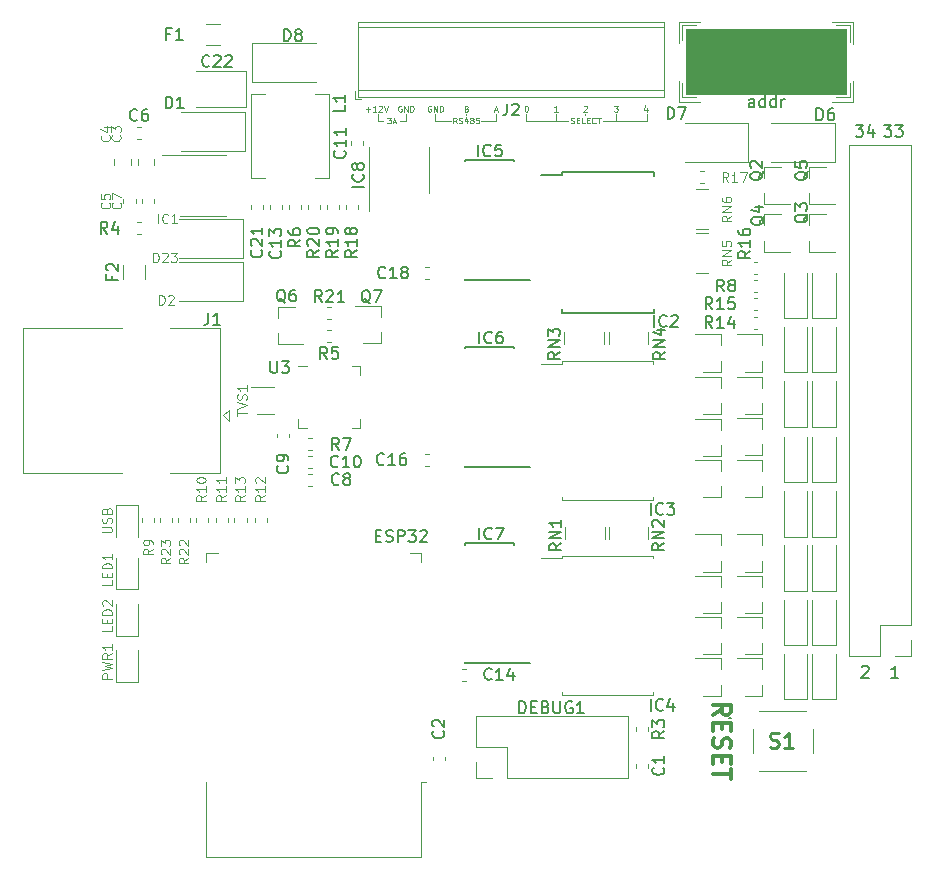
<source format=gbr>
G04 #@! TF.GenerationSoftware,KiCad,Pcbnew,5.1.6*
G04 #@! TF.CreationDate,2020-06-20T19:13:06+02:00*
G04 #@! TF.ProjectId,fluepdot,666c7565-7064-46f7-942e-6b696361645f,rev?*
G04 #@! TF.SameCoordinates,Original*
G04 #@! TF.FileFunction,Legend,Top*
G04 #@! TF.FilePolarity,Positive*
%FSLAX46Y46*%
G04 Gerber Fmt 4.6, Leading zero omitted, Abs format (unit mm)*
G04 Created by KiCad (PCBNEW 5.1.6) date 2020-06-20 19:13:06*
%MOMM*%
%LPD*%
G01*
G04 APERTURE LIST*
%ADD10C,0.150000*%
%ADD11C,0.100000*%
%ADD12C,0.120000*%
%ADD13C,0.300000*%
%ADD14C,0.200000*%
%ADD15C,0.254000*%
G04 APERTURE END LIST*
D10*
X85600000Y-122652380D02*
X85600000Y-122128571D01*
X85552380Y-122033333D01*
X85457142Y-121985714D01*
X85266666Y-121985714D01*
X85171428Y-122033333D01*
X85600000Y-122604761D02*
X85504761Y-122652380D01*
X85266666Y-122652380D01*
X85171428Y-122604761D01*
X85123809Y-122509523D01*
X85123809Y-122414285D01*
X85171428Y-122319047D01*
X85266666Y-122271428D01*
X85504761Y-122271428D01*
X85600000Y-122223809D01*
X86504761Y-122652380D02*
X86504761Y-121652380D01*
X86504761Y-122604761D02*
X86409523Y-122652380D01*
X86219047Y-122652380D01*
X86123809Y-122604761D01*
X86076190Y-122557142D01*
X86028571Y-122461904D01*
X86028571Y-122176190D01*
X86076190Y-122080952D01*
X86123809Y-122033333D01*
X86219047Y-121985714D01*
X86409523Y-121985714D01*
X86504761Y-122033333D01*
X87409523Y-122652380D02*
X87409523Y-121652380D01*
X87409523Y-122604761D02*
X87314285Y-122652380D01*
X87123809Y-122652380D01*
X87028571Y-122604761D01*
X86980952Y-122557142D01*
X86933333Y-122461904D01*
X86933333Y-122176190D01*
X86980952Y-122080952D01*
X87028571Y-122033333D01*
X87123809Y-121985714D01*
X87314285Y-121985714D01*
X87409523Y-122033333D01*
X87885714Y-122652380D02*
X87885714Y-121985714D01*
X87885714Y-122176190D02*
X87933333Y-122080952D01*
X87980952Y-122033333D01*
X88076190Y-121985714D01*
X88171428Y-121985714D01*
D11*
G36*
X93400000Y-121500000D02*
G01*
X79800000Y-121500000D01*
X79800000Y-116000000D01*
X93400000Y-116000000D01*
X93400000Y-121500000D01*
G37*
X93400000Y-121500000D02*
X79800000Y-121500000D01*
X79800000Y-116000000D01*
X93400000Y-116000000D01*
X93400000Y-121500000D01*
D12*
X79500000Y-121800000D02*
X80700000Y-121800000D01*
X79500000Y-120600000D02*
X79500000Y-121800000D01*
X93700000Y-121800000D02*
X92500000Y-121800000D01*
X93700000Y-120600000D02*
X93700000Y-121800000D01*
X93700000Y-115700000D02*
X92500000Y-115700000D01*
X93700000Y-117100000D02*
X93700000Y-115700000D01*
X79500000Y-115700000D02*
X80700000Y-115700000D01*
X79500000Y-117000000D02*
X79500000Y-115700000D01*
X94000000Y-122200000D02*
X92200000Y-122200000D01*
X94000000Y-120400000D02*
X94000000Y-122200000D01*
X94000000Y-115400000D02*
X94000000Y-117300000D01*
X92200000Y-115400000D02*
X94000000Y-115400000D01*
X79200000Y-122200000D02*
X81000000Y-122200000D01*
X79200000Y-122200000D02*
X79200000Y-120400000D01*
X79200000Y-115400000D02*
X81000000Y-115400000D01*
X79200000Y-117200000D02*
X79200000Y-115400000D01*
D11*
X56100000Y-123200000D02*
X56100000Y-123800000D01*
X55600000Y-123800000D02*
X56100000Y-123800000D01*
X53700000Y-123200000D02*
X53700000Y-123800000D01*
X54200000Y-123800000D02*
X53700000Y-123800000D01*
X71300000Y-123300000D02*
X71300000Y-123200000D01*
X66300000Y-123200000D02*
X66300000Y-123800000D01*
X68800000Y-123200000D02*
X68800000Y-123800000D01*
X73900000Y-123200000D02*
X73900000Y-123800000D01*
X76500000Y-123200000D02*
X76500000Y-123800000D01*
X76500000Y-123800000D02*
X72800000Y-123800000D01*
X69800000Y-123800000D02*
X66300000Y-123800000D01*
X54519047Y-123526190D02*
X54828571Y-123526190D01*
X54661904Y-123716666D01*
X54733333Y-123716666D01*
X54780952Y-123740476D01*
X54804761Y-123764285D01*
X54828571Y-123811904D01*
X54828571Y-123930952D01*
X54804761Y-123978571D01*
X54780952Y-124002380D01*
X54733333Y-124026190D01*
X54590476Y-124026190D01*
X54542857Y-124002380D01*
X54519047Y-123978571D01*
X55019047Y-123883333D02*
X55257142Y-123883333D01*
X54971428Y-124026190D02*
X55138095Y-123526190D01*
X55304761Y-124026190D01*
X61200000Y-123300000D02*
X61200000Y-123200000D01*
X63700000Y-123800000D02*
X62500000Y-123800000D01*
X59900000Y-123800000D02*
X58600000Y-123800000D01*
X58600000Y-123200000D02*
X58600000Y-123800000D01*
X63700000Y-123200000D02*
X63700000Y-123800000D01*
D13*
X82121428Y-174121428D02*
X82835714Y-173621428D01*
X82121428Y-173264285D02*
X83621428Y-173264285D01*
X83621428Y-173835714D01*
X83550000Y-173978571D01*
X83478571Y-174050000D01*
X83335714Y-174121428D01*
X83121428Y-174121428D01*
X82978571Y-174050000D01*
X82907142Y-173978571D01*
X82835714Y-173835714D01*
X82835714Y-173264285D01*
X82907142Y-174764285D02*
X82907142Y-175264285D01*
X82121428Y-175478571D02*
X82121428Y-174764285D01*
X83621428Y-174764285D01*
X83621428Y-175478571D01*
X82192857Y-176050000D02*
X82121428Y-176264285D01*
X82121428Y-176621428D01*
X82192857Y-176764285D01*
X82264285Y-176835714D01*
X82407142Y-176907142D01*
X82550000Y-176907142D01*
X82692857Y-176835714D01*
X82764285Y-176764285D01*
X82835714Y-176621428D01*
X82907142Y-176335714D01*
X82978571Y-176192857D01*
X83050000Y-176121428D01*
X83192857Y-176050000D01*
X83335714Y-176050000D01*
X83478571Y-176121428D01*
X83550000Y-176192857D01*
X83621428Y-176335714D01*
X83621428Y-176692857D01*
X83550000Y-176907142D01*
X82907142Y-177550000D02*
X82907142Y-178050000D01*
X82121428Y-178264285D02*
X82121428Y-177550000D01*
X83621428Y-177550000D01*
X83621428Y-178264285D01*
X83621428Y-178692857D02*
X83621428Y-179550000D01*
X82121428Y-179121428D02*
X83621428Y-179121428D01*
D11*
X70061904Y-124002380D02*
X70133333Y-124026190D01*
X70252380Y-124026190D01*
X70300000Y-124002380D01*
X70323809Y-123978571D01*
X70347619Y-123930952D01*
X70347619Y-123883333D01*
X70323809Y-123835714D01*
X70300000Y-123811904D01*
X70252380Y-123788095D01*
X70157142Y-123764285D01*
X70109523Y-123740476D01*
X70085714Y-123716666D01*
X70061904Y-123669047D01*
X70061904Y-123621428D01*
X70085714Y-123573809D01*
X70109523Y-123550000D01*
X70157142Y-123526190D01*
X70276190Y-123526190D01*
X70347619Y-123550000D01*
X70561904Y-123764285D02*
X70728571Y-123764285D01*
X70800000Y-124026190D02*
X70561904Y-124026190D01*
X70561904Y-123526190D01*
X70800000Y-123526190D01*
X71252380Y-124026190D02*
X71014285Y-124026190D01*
X71014285Y-123526190D01*
X71419047Y-123764285D02*
X71585714Y-123764285D01*
X71657142Y-124026190D02*
X71419047Y-124026190D01*
X71419047Y-123526190D01*
X71657142Y-123526190D01*
X72157142Y-123978571D02*
X72133333Y-124002380D01*
X72061904Y-124026190D01*
X72014285Y-124026190D01*
X71942857Y-124002380D01*
X71895238Y-123954761D01*
X71871428Y-123907142D01*
X71847619Y-123811904D01*
X71847619Y-123740476D01*
X71871428Y-123645238D01*
X71895238Y-123597619D01*
X71942857Y-123550000D01*
X72014285Y-123526190D01*
X72061904Y-123526190D01*
X72133333Y-123550000D01*
X72157142Y-123573809D01*
X72300000Y-123526190D02*
X72585714Y-123526190D01*
X72442857Y-124026190D02*
X72442857Y-123526190D01*
X60402380Y-124026190D02*
X60235714Y-123788095D01*
X60116666Y-124026190D02*
X60116666Y-123526190D01*
X60307142Y-123526190D01*
X60354761Y-123550000D01*
X60378571Y-123573809D01*
X60402380Y-123621428D01*
X60402380Y-123692857D01*
X60378571Y-123740476D01*
X60354761Y-123764285D01*
X60307142Y-123788095D01*
X60116666Y-123788095D01*
X60592857Y-124002380D02*
X60664285Y-124026190D01*
X60783333Y-124026190D01*
X60830952Y-124002380D01*
X60854761Y-123978571D01*
X60878571Y-123930952D01*
X60878571Y-123883333D01*
X60854761Y-123835714D01*
X60830952Y-123811904D01*
X60783333Y-123788095D01*
X60688095Y-123764285D01*
X60640476Y-123740476D01*
X60616666Y-123716666D01*
X60592857Y-123669047D01*
X60592857Y-123621428D01*
X60616666Y-123573809D01*
X60640476Y-123550000D01*
X60688095Y-123526190D01*
X60807142Y-123526190D01*
X60878571Y-123550000D01*
X61307142Y-123692857D02*
X61307142Y-124026190D01*
X61188095Y-123502380D02*
X61069047Y-123859523D01*
X61378571Y-123859523D01*
X61640476Y-123740476D02*
X61592857Y-123716666D01*
X61569047Y-123692857D01*
X61545238Y-123645238D01*
X61545238Y-123621428D01*
X61569047Y-123573809D01*
X61592857Y-123550000D01*
X61640476Y-123526190D01*
X61735714Y-123526190D01*
X61783333Y-123550000D01*
X61807142Y-123573809D01*
X61830952Y-123621428D01*
X61830952Y-123645238D01*
X61807142Y-123692857D01*
X61783333Y-123716666D01*
X61735714Y-123740476D01*
X61640476Y-123740476D01*
X61592857Y-123764285D01*
X61569047Y-123788095D01*
X61545238Y-123835714D01*
X61545238Y-123930952D01*
X61569047Y-123978571D01*
X61592857Y-124002380D01*
X61640476Y-124026190D01*
X61735714Y-124026190D01*
X61783333Y-124002380D01*
X61807142Y-123978571D01*
X61830952Y-123930952D01*
X61830952Y-123835714D01*
X61807142Y-123788095D01*
X61783333Y-123764285D01*
X61735714Y-123740476D01*
X62283333Y-123526190D02*
X62045238Y-123526190D01*
X62021428Y-123764285D01*
X62045238Y-123740476D01*
X62092857Y-123716666D01*
X62211904Y-123716666D01*
X62259523Y-123740476D01*
X62283333Y-123764285D01*
X62307142Y-123811904D01*
X62307142Y-123930952D01*
X62283333Y-123978571D01*
X62259523Y-124002380D01*
X62211904Y-124026190D01*
X62092857Y-124026190D01*
X62045238Y-124002380D01*
X62021428Y-123978571D01*
X76495238Y-122692857D02*
X76495238Y-123026190D01*
X76376190Y-122502380D02*
X76257142Y-122859523D01*
X76566666Y-122859523D01*
X73733333Y-122526190D02*
X74042857Y-122526190D01*
X73876190Y-122716666D01*
X73947619Y-122716666D01*
X73995238Y-122740476D01*
X74019047Y-122764285D01*
X74042857Y-122811904D01*
X74042857Y-122930952D01*
X74019047Y-122978571D01*
X73995238Y-123002380D01*
X73947619Y-123026190D01*
X73804761Y-123026190D01*
X73757142Y-123002380D01*
X73733333Y-122978571D01*
X71157142Y-122573809D02*
X71180952Y-122550000D01*
X71228571Y-122526190D01*
X71347619Y-122526190D01*
X71395238Y-122550000D01*
X71419047Y-122573809D01*
X71442857Y-122621428D01*
X71442857Y-122669047D01*
X71419047Y-122740476D01*
X71133333Y-123026190D01*
X71442857Y-123026190D01*
X68942857Y-123026190D02*
X68657142Y-123026190D01*
X68800000Y-123026190D02*
X68800000Y-122526190D01*
X68752380Y-122597619D01*
X68704761Y-122645238D01*
X68657142Y-122669047D01*
X66276190Y-122526190D02*
X66323809Y-122526190D01*
X66371428Y-122550000D01*
X66395238Y-122573809D01*
X66419047Y-122621428D01*
X66442857Y-122716666D01*
X66442857Y-122835714D01*
X66419047Y-122930952D01*
X66395238Y-122978571D01*
X66371428Y-123002380D01*
X66323809Y-123026190D01*
X66276190Y-123026190D01*
X66228571Y-123002380D01*
X66204761Y-122978571D01*
X66180952Y-122930952D01*
X66157142Y-122835714D01*
X66157142Y-122716666D01*
X66180952Y-122621428D01*
X66204761Y-122573809D01*
X66228571Y-122550000D01*
X66276190Y-122526190D01*
X61235714Y-122764285D02*
X61307142Y-122788095D01*
X61330952Y-122811904D01*
X61354761Y-122859523D01*
X61354761Y-122930952D01*
X61330952Y-122978571D01*
X61307142Y-123002380D01*
X61259523Y-123026190D01*
X61069047Y-123026190D01*
X61069047Y-122526190D01*
X61235714Y-122526190D01*
X61283333Y-122550000D01*
X61307142Y-122573809D01*
X61330952Y-122621428D01*
X61330952Y-122669047D01*
X61307142Y-122716666D01*
X61283333Y-122740476D01*
X61235714Y-122764285D01*
X61069047Y-122764285D01*
X63580952Y-122883333D02*
X63819047Y-122883333D01*
X63533333Y-123026190D02*
X63700000Y-122526190D01*
X63866666Y-123026190D01*
X58219047Y-122550000D02*
X58171428Y-122526190D01*
X58100000Y-122526190D01*
X58028571Y-122550000D01*
X57980952Y-122597619D01*
X57957142Y-122645238D01*
X57933333Y-122740476D01*
X57933333Y-122811904D01*
X57957142Y-122907142D01*
X57980952Y-122954761D01*
X58028571Y-123002380D01*
X58100000Y-123026190D01*
X58147619Y-123026190D01*
X58219047Y-123002380D01*
X58242857Y-122978571D01*
X58242857Y-122811904D01*
X58147619Y-122811904D01*
X58457142Y-123026190D02*
X58457142Y-122526190D01*
X58742857Y-123026190D01*
X58742857Y-122526190D01*
X58980952Y-123026190D02*
X58980952Y-122526190D01*
X59100000Y-122526190D01*
X59171428Y-122550000D01*
X59219047Y-122597619D01*
X59242857Y-122645238D01*
X59266666Y-122740476D01*
X59266666Y-122811904D01*
X59242857Y-122907142D01*
X59219047Y-122954761D01*
X59171428Y-123002380D01*
X59100000Y-123026190D01*
X58980952Y-123026190D01*
X55719047Y-122550000D02*
X55671428Y-122526190D01*
X55600000Y-122526190D01*
X55528571Y-122550000D01*
X55480952Y-122597619D01*
X55457142Y-122645238D01*
X55433333Y-122740476D01*
X55433333Y-122811904D01*
X55457142Y-122907142D01*
X55480952Y-122954761D01*
X55528571Y-123002380D01*
X55600000Y-123026190D01*
X55647619Y-123026190D01*
X55719047Y-123002380D01*
X55742857Y-122978571D01*
X55742857Y-122811904D01*
X55647619Y-122811904D01*
X55957142Y-123026190D02*
X55957142Y-122526190D01*
X56242857Y-123026190D01*
X56242857Y-122526190D01*
X56480952Y-123026190D02*
X56480952Y-122526190D01*
X56600000Y-122526190D01*
X56671428Y-122550000D01*
X56719047Y-122597619D01*
X56742857Y-122645238D01*
X56766666Y-122740476D01*
X56766666Y-122811904D01*
X56742857Y-122907142D01*
X56719047Y-122954761D01*
X56671428Y-123002380D01*
X56600000Y-123026190D01*
X56480952Y-123026190D01*
X52719047Y-122835714D02*
X53100000Y-122835714D01*
X52909523Y-123026190D02*
X52909523Y-122645238D01*
X53600000Y-123026190D02*
X53314285Y-123026190D01*
X53457142Y-123026190D02*
X53457142Y-122526190D01*
X53409523Y-122597619D01*
X53361904Y-122645238D01*
X53314285Y-122669047D01*
X53790476Y-122573809D02*
X53814285Y-122550000D01*
X53861904Y-122526190D01*
X53980952Y-122526190D01*
X54028571Y-122550000D01*
X54052380Y-122573809D01*
X54076190Y-122621428D01*
X54076190Y-122669047D01*
X54052380Y-122740476D01*
X53766666Y-123026190D01*
X54076190Y-123026190D01*
X54219047Y-122526190D02*
X54385714Y-123026190D01*
X54552380Y-122526190D01*
D10*
X94190476Y-124152380D02*
X94809523Y-124152380D01*
X94476190Y-124533333D01*
X94619047Y-124533333D01*
X94714285Y-124580952D01*
X94761904Y-124628571D01*
X94809523Y-124723809D01*
X94809523Y-124961904D01*
X94761904Y-125057142D01*
X94714285Y-125104761D01*
X94619047Y-125152380D01*
X94333333Y-125152380D01*
X94238095Y-125104761D01*
X94190476Y-125057142D01*
X95666666Y-124485714D02*
X95666666Y-125152380D01*
X95428571Y-124104761D02*
X95190476Y-124819047D01*
X95809523Y-124819047D01*
X96590476Y-124152380D02*
X97209523Y-124152380D01*
X96876190Y-124533333D01*
X97019047Y-124533333D01*
X97114285Y-124580952D01*
X97161904Y-124628571D01*
X97209523Y-124723809D01*
X97209523Y-124961904D01*
X97161904Y-125057142D01*
X97114285Y-125104761D01*
X97019047Y-125152380D01*
X96733333Y-125152380D01*
X96638095Y-125104761D01*
X96590476Y-125057142D01*
X97542857Y-124152380D02*
X98161904Y-124152380D01*
X97828571Y-124533333D01*
X97971428Y-124533333D01*
X98066666Y-124580952D01*
X98114285Y-124628571D01*
X98161904Y-124723809D01*
X98161904Y-124961904D01*
X98114285Y-125057142D01*
X98066666Y-125104761D01*
X97971428Y-125152380D01*
X97685714Y-125152380D01*
X97590476Y-125104761D01*
X97542857Y-125057142D01*
X94714285Y-170047619D02*
X94761904Y-170000000D01*
X94857142Y-169952380D01*
X95095238Y-169952380D01*
X95190476Y-170000000D01*
X95238095Y-170047619D01*
X95285714Y-170142857D01*
X95285714Y-170238095D01*
X95238095Y-170380952D01*
X94666666Y-170952380D01*
X95285714Y-170952380D01*
X97785714Y-170952380D02*
X97214285Y-170952380D01*
X97500000Y-170952380D02*
X97500000Y-169952380D01*
X97404761Y-170095238D01*
X97309523Y-170190476D01*
X97214285Y-170238095D01*
D12*
X42300000Y-135450000D02*
X42300000Y-132150000D01*
X42300000Y-132150000D02*
X36900000Y-132150000D01*
X42300000Y-135450000D02*
X36900000Y-135450000D01*
X43000000Y-128650000D02*
X44200000Y-128650000D01*
X49600000Y-128650000D02*
X49600000Y-121550000D01*
X43000000Y-128650000D02*
X43000000Y-121550000D01*
X48400000Y-128650000D02*
X49600000Y-128650000D01*
X44200000Y-121550000D02*
X43000000Y-121550000D01*
X48400000Y-121550000D02*
X49600000Y-121550000D01*
X69520000Y-141700000D02*
X69520000Y-142700000D01*
X72880000Y-141700000D02*
X72880000Y-142700000D01*
X98830000Y-169130000D02*
X97500000Y-169130000D01*
X98830000Y-167800000D02*
X98830000Y-169130000D01*
X96230000Y-169130000D02*
X93630000Y-169130000D01*
X96230000Y-166530000D02*
X96230000Y-169130000D01*
X98830000Y-166530000D02*
X96230000Y-166530000D01*
X93630000Y-169130000D02*
X93630000Y-125830000D01*
X98830000Y-166530000D02*
X98830000Y-125830000D01*
X98830000Y-125830000D02*
X93630000Y-125830000D01*
X38900000Y-131860000D02*
X40850000Y-131860000D01*
X38900000Y-131860000D02*
X36950000Y-131860000D01*
X38900000Y-126740000D02*
X40850000Y-126740000D01*
X38900000Y-126740000D02*
X35450000Y-126740000D01*
X36140000Y-153660000D02*
X40400000Y-153660000D01*
X40400000Y-153660000D02*
X40400000Y-141340000D01*
X40400000Y-141340000D02*
X36140000Y-141340000D01*
X32040000Y-153660000D02*
X23680000Y-153660000D01*
X23680000Y-153660000D02*
X23680000Y-141340000D01*
X23680000Y-141340000D02*
X32040000Y-141340000D01*
X40620000Y-148750000D02*
X41120000Y-149250000D01*
X41120000Y-149250000D02*
X41120000Y-148250000D01*
X41120000Y-148250000D02*
X40620000Y-148750000D01*
X69340000Y-160860000D02*
X67525000Y-160860000D01*
X69340000Y-160615000D02*
X69340000Y-160860000D01*
X73200000Y-160615000D02*
X69340000Y-160615000D01*
X77060000Y-160615000D02*
X77060000Y-160860000D01*
X73200000Y-160615000D02*
X77060000Y-160615000D01*
X69340000Y-172385000D02*
X69340000Y-172140000D01*
X73200000Y-172385000D02*
X69340000Y-172385000D01*
X77060000Y-172385000D02*
X77060000Y-172140000D01*
X73200000Y-172385000D02*
X77060000Y-172385000D01*
X69340000Y-144360000D02*
X67525000Y-144360000D01*
X69340000Y-144115000D02*
X69340000Y-144360000D01*
X73200000Y-144115000D02*
X69340000Y-144115000D01*
X77060000Y-144115000D02*
X77060000Y-144360000D01*
X73200000Y-144115000D02*
X77060000Y-144115000D01*
X69340000Y-155885000D02*
X69340000Y-155640000D01*
X73200000Y-155885000D02*
X69340000Y-155885000D01*
X77060000Y-155885000D02*
X77060000Y-155640000D01*
X73200000Y-155885000D02*
X77060000Y-155885000D01*
X86260000Y-145030000D02*
X86260000Y-144100000D01*
X86260000Y-141870000D02*
X86260000Y-142800000D01*
X86260000Y-141870000D02*
X84100000Y-141870000D01*
X86260000Y-145030000D02*
X84800000Y-145030000D01*
X86260000Y-161980000D02*
X86260000Y-161050000D01*
X86260000Y-158820000D02*
X86260000Y-159750000D01*
X86260000Y-158820000D02*
X84100000Y-158820000D01*
X86260000Y-161980000D02*
X84800000Y-161980000D01*
X82760000Y-145030000D02*
X82760000Y-144100000D01*
X82760000Y-141870000D02*
X82760000Y-142800000D01*
X82760000Y-141870000D02*
X80600000Y-141870000D01*
X82760000Y-145030000D02*
X81300000Y-145030000D01*
X82760000Y-161980000D02*
X82760000Y-161050000D01*
X82760000Y-158820000D02*
X82760000Y-159750000D01*
X82760000Y-158820000D02*
X80600000Y-158820000D01*
X82760000Y-161980000D02*
X81300000Y-161980000D01*
X86260000Y-148630000D02*
X86260000Y-147700000D01*
X86260000Y-145470000D02*
X86260000Y-146400000D01*
X86260000Y-145470000D02*
X84100000Y-145470000D01*
X86260000Y-148630000D02*
X84800000Y-148630000D01*
X86260000Y-165480000D02*
X86260000Y-164550000D01*
X86260000Y-162320000D02*
X86260000Y-163250000D01*
X86260000Y-162320000D02*
X84100000Y-162320000D01*
X86260000Y-165480000D02*
X84800000Y-165480000D01*
X82760000Y-148630000D02*
X82760000Y-147700000D01*
X82760000Y-145470000D02*
X82760000Y-146400000D01*
X82760000Y-145470000D02*
X80600000Y-145470000D01*
X82760000Y-148630000D02*
X81300000Y-148630000D01*
X82760000Y-165480000D02*
X82760000Y-164550000D01*
X82760000Y-162320000D02*
X82760000Y-163250000D01*
X82760000Y-162320000D02*
X80600000Y-162320000D01*
X82760000Y-165480000D02*
X81300000Y-165480000D01*
X82760000Y-152180000D02*
X82760000Y-151250000D01*
X82760000Y-149020000D02*
X82760000Y-149950000D01*
X82760000Y-149020000D02*
X80600000Y-149020000D01*
X82760000Y-152180000D02*
X81300000Y-152180000D01*
X86260000Y-168980000D02*
X86260000Y-168050000D01*
X86260000Y-165820000D02*
X86260000Y-166750000D01*
X86260000Y-165820000D02*
X84100000Y-165820000D01*
X86260000Y-168980000D02*
X84800000Y-168980000D01*
X86260000Y-152130000D02*
X86260000Y-151200000D01*
X86260000Y-148970000D02*
X86260000Y-149900000D01*
X86260000Y-148970000D02*
X84100000Y-148970000D01*
X86260000Y-152130000D02*
X84800000Y-152130000D01*
X82760000Y-168980000D02*
X82760000Y-168050000D01*
X82760000Y-165820000D02*
X82760000Y-166750000D01*
X82760000Y-165820000D02*
X80600000Y-165820000D01*
X82760000Y-168980000D02*
X81300000Y-168980000D01*
X82760000Y-155680000D02*
X82760000Y-154750000D01*
X82760000Y-152520000D02*
X82760000Y-153450000D01*
X82760000Y-152520000D02*
X80600000Y-152520000D01*
X82760000Y-155680000D02*
X81300000Y-155680000D01*
X86260000Y-172480000D02*
X86260000Y-171550000D01*
X86260000Y-169320000D02*
X86260000Y-170250000D01*
X86260000Y-169320000D02*
X84100000Y-169320000D01*
X86260000Y-172480000D02*
X84800000Y-172480000D01*
X86260000Y-155680000D02*
X86260000Y-154750000D01*
X86260000Y-152520000D02*
X86260000Y-153450000D01*
X86260000Y-152520000D02*
X84100000Y-152520000D01*
X86260000Y-155680000D02*
X84800000Y-155680000D01*
X82760000Y-172480000D02*
X82760000Y-171550000D01*
X82760000Y-169320000D02*
X82760000Y-170250000D01*
X82760000Y-169320000D02*
X80600000Y-169320000D01*
X82760000Y-172480000D02*
X81300000Y-172480000D01*
X88100000Y-140500000D02*
X90100000Y-140500000D01*
X90100000Y-140500000D02*
X90100000Y-136650000D01*
X88100000Y-140500000D02*
X88100000Y-136650000D01*
X90500000Y-159000000D02*
X92500000Y-159000000D01*
X92500000Y-159000000D02*
X92500000Y-155150000D01*
X90500000Y-159000000D02*
X90500000Y-155150000D01*
X90500000Y-140500000D02*
X92500000Y-140500000D01*
X92500000Y-140500000D02*
X92500000Y-136650000D01*
X90500000Y-140500000D02*
X90500000Y-136650000D01*
X88100000Y-159000000D02*
X90100000Y-159000000D01*
X90100000Y-159000000D02*
X90100000Y-155150000D01*
X88100000Y-159000000D02*
X88100000Y-155150000D01*
X90500000Y-145100000D02*
X92500000Y-145100000D01*
X92500000Y-145100000D02*
X92500000Y-141250000D01*
X90500000Y-145100000D02*
X90500000Y-141250000D01*
X90500000Y-163600000D02*
X92500000Y-163600000D01*
X92500000Y-163600000D02*
X92500000Y-159750000D01*
X90500000Y-163600000D02*
X90500000Y-159750000D01*
X88100000Y-145100000D02*
X90100000Y-145100000D01*
X90100000Y-145100000D02*
X90100000Y-141250000D01*
X88100000Y-145100000D02*
X88100000Y-141250000D01*
X88100000Y-163600000D02*
X90100000Y-163600000D01*
X90100000Y-163600000D02*
X90100000Y-159750000D01*
X88100000Y-163600000D02*
X88100000Y-159750000D01*
X90500000Y-149700000D02*
X92500000Y-149700000D01*
X92500000Y-149700000D02*
X92500000Y-145850000D01*
X90500000Y-149700000D02*
X90500000Y-145850000D01*
X90500000Y-168200000D02*
X92500000Y-168200000D01*
X92500000Y-168200000D02*
X92500000Y-164350000D01*
X90500000Y-168200000D02*
X90500000Y-164350000D01*
X88100000Y-149700000D02*
X90100000Y-149700000D01*
X90100000Y-149700000D02*
X90100000Y-145850000D01*
X88100000Y-149700000D02*
X88100000Y-145850000D01*
X88100000Y-168200000D02*
X90100000Y-168200000D01*
X90100000Y-168200000D02*
X90100000Y-164350000D01*
X88100000Y-168200000D02*
X88100000Y-164350000D01*
X90500000Y-154400000D02*
X92500000Y-154400000D01*
X92500000Y-154400000D02*
X92500000Y-150550000D01*
X90500000Y-154400000D02*
X90500000Y-150550000D01*
X88100000Y-172800000D02*
X90100000Y-172800000D01*
X90100000Y-172800000D02*
X90100000Y-168950000D01*
X88100000Y-172800000D02*
X88100000Y-168950000D01*
X88100000Y-154400000D02*
X90100000Y-154400000D01*
X90100000Y-154400000D02*
X90100000Y-150550000D01*
X88100000Y-154400000D02*
X88100000Y-150550000D01*
X90500000Y-172800000D02*
X92500000Y-172800000D01*
X92500000Y-172800000D02*
X92500000Y-168950000D01*
X90500000Y-172800000D02*
X90500000Y-168950000D01*
X35290000Y-157762779D02*
X35290000Y-157437221D01*
X36310000Y-157762779D02*
X36310000Y-157437221D01*
X36790000Y-157762779D02*
X36790000Y-157437221D01*
X37810000Y-157762779D02*
X37810000Y-157437221D01*
X39310000Y-157437221D02*
X39310000Y-157762779D01*
X38290000Y-157437221D02*
X38290000Y-157762779D01*
X31540000Y-168600000D02*
X31540000Y-171285000D01*
X31540000Y-171285000D02*
X33460000Y-171285000D01*
X33460000Y-171285000D02*
X33460000Y-168600000D01*
X31540000Y-164700000D02*
X31540000Y-167385000D01*
X31540000Y-167385000D02*
X33460000Y-167385000D01*
X33460000Y-167385000D02*
X33460000Y-164700000D01*
X31540000Y-160800000D02*
X31540000Y-163485000D01*
X31540000Y-163485000D02*
X33460000Y-163485000D01*
X33460000Y-163485000D02*
X33460000Y-160800000D01*
X51770000Y-122000000D02*
X52270000Y-122000000D01*
X51770000Y-121260000D02*
X51770000Y-122000000D01*
X77990000Y-115440000D02*
X77990000Y-121760000D01*
X52010000Y-115440000D02*
X52010000Y-121760000D01*
X52010000Y-121760000D02*
X77990000Y-121760000D01*
X52010000Y-115440000D02*
X77990000Y-115440000D01*
X52010000Y-115900000D02*
X77990000Y-115900000D01*
X52010000Y-121200000D02*
X77990000Y-121200000D01*
X52510000Y-125537221D02*
X52510000Y-125862779D01*
X51490000Y-125537221D02*
X51490000Y-125862779D01*
X51505000Y-144590000D02*
X52230000Y-144590000D01*
X52230000Y-144590000D02*
X52230000Y-145315000D01*
X47735000Y-149810000D02*
X47010000Y-149810000D01*
X47010000Y-149810000D02*
X47010000Y-149085000D01*
X51505000Y-149810000D02*
X52230000Y-149810000D01*
X52230000Y-149810000D02*
X52230000Y-149085000D01*
X47735000Y-144590000D02*
X47010000Y-144590000D01*
X52940000Y-127950000D02*
X52940000Y-131400000D01*
X52940000Y-127950000D02*
X52940000Y-126000000D01*
X58060000Y-127950000D02*
X58060000Y-129900000D01*
X58060000Y-127950000D02*
X58060000Y-126000000D01*
X44900000Y-146340000D02*
X43000000Y-146340000D01*
X43500000Y-148660000D02*
X44900000Y-148660000D01*
D14*
X83500000Y-174400000D02*
X83500000Y-174400000D01*
X83600000Y-174400000D02*
X83600000Y-174400000D01*
X83500000Y-174400000D02*
X83500000Y-174400000D01*
D11*
X85450000Y-175300000D02*
X85450000Y-177300000D01*
X90550000Y-175300000D02*
X90550000Y-177300000D01*
X86000000Y-173750000D02*
X90000000Y-173750000D01*
X86000000Y-178850000D02*
X90000000Y-178850000D01*
D14*
X83600000Y-174400000D02*
G75*
G02*
X83500000Y-174400000I-50000J0D01*
G01*
X83500000Y-174400000D02*
G75*
G02*
X83600000Y-174400000I50000J0D01*
G01*
X83600000Y-174400000D02*
G75*
G02*
X83500000Y-174400000I-50000J0D01*
G01*
D12*
X81700000Y-129620000D02*
X80700000Y-129620000D01*
X81700000Y-132980000D02*
X80700000Y-132980000D01*
X81700000Y-133320000D02*
X80700000Y-133320000D01*
X81700000Y-136680000D02*
X80700000Y-136680000D01*
X73270000Y-141700000D02*
X73270000Y-142700000D01*
X76630000Y-141700000D02*
X76630000Y-142700000D01*
X73270000Y-158200000D02*
X73270000Y-159200000D01*
X76630000Y-158200000D02*
X76630000Y-159200000D01*
X69570000Y-158200000D02*
X69570000Y-159200000D01*
X72930000Y-158200000D02*
X72930000Y-159200000D01*
X49437221Y-139590000D02*
X49762779Y-139590000D01*
X49437221Y-140610000D02*
X49762779Y-140610000D01*
X47790000Y-131262779D02*
X47790000Y-130937221D01*
X48810000Y-131262779D02*
X48810000Y-130937221D01*
X50410000Y-130937221D02*
X50410000Y-131262779D01*
X49390000Y-130937221D02*
X49390000Y-131262779D01*
X50990000Y-131262779D02*
X50990000Y-130937221D01*
X52010000Y-131262779D02*
X52010000Y-130937221D01*
X81362779Y-129110000D02*
X81037221Y-129110000D01*
X81362779Y-128090000D02*
X81037221Y-128090000D01*
X85862779Y-136810000D02*
X85537221Y-136810000D01*
X85862779Y-135790000D02*
X85537221Y-135790000D01*
X85862779Y-139810000D02*
X85537221Y-139810000D01*
X85862779Y-138790000D02*
X85537221Y-138790000D01*
X85862779Y-141410000D02*
X85537221Y-141410000D01*
X85862779Y-140390000D02*
X85537221Y-140390000D01*
X42610000Y-157437221D02*
X42610000Y-157762779D01*
X41590000Y-157437221D02*
X41590000Y-157762779D01*
X43290000Y-157437221D02*
X43290000Y-157762779D01*
X44310000Y-157437221D02*
X44310000Y-157762779D01*
X39990000Y-157762779D02*
X39990000Y-157437221D01*
X41010000Y-157762779D02*
X41010000Y-157437221D01*
X33790000Y-157762779D02*
X33790000Y-157437221D01*
X34810000Y-157762779D02*
X34810000Y-157437221D01*
X85862779Y-138310000D02*
X85537221Y-138310000D01*
X85862779Y-137290000D02*
X85537221Y-137290000D01*
X47837221Y-150640000D02*
X48162779Y-150640000D01*
X47837221Y-151660000D02*
X48162779Y-151660000D01*
X46190000Y-131262779D02*
X46190000Y-130937221D01*
X47210000Y-131262779D02*
X47210000Y-130937221D01*
X49437221Y-141540000D02*
X49762779Y-141540000D01*
X49437221Y-142560000D02*
X49762779Y-142560000D01*
X33337221Y-132390000D02*
X33662779Y-132390000D01*
X33337221Y-133410000D02*
X33662779Y-133410000D01*
X76610000Y-175149221D02*
X76610000Y-175474779D01*
X75590000Y-175149221D02*
X75590000Y-175474779D01*
X53960000Y-142630000D02*
X53960000Y-141700000D01*
X53960000Y-139470000D02*
X53960000Y-140400000D01*
X53960000Y-139470000D02*
X51800000Y-139470000D01*
X53960000Y-142630000D02*
X52500000Y-142630000D01*
X45240000Y-139570000D02*
X45240000Y-140500000D01*
X45240000Y-142730000D02*
X45240000Y-141800000D01*
X45240000Y-142730000D02*
X47400000Y-142730000D01*
X45240000Y-139570000D02*
X46700000Y-139570000D01*
X90240000Y-127720000D02*
X90240000Y-128650000D01*
X90240000Y-130880000D02*
X90240000Y-129950000D01*
X90240000Y-130880000D02*
X92400000Y-130880000D01*
X90240000Y-127720000D02*
X91700000Y-127720000D01*
X86440000Y-131720000D02*
X86440000Y-132650000D01*
X86440000Y-134880000D02*
X86440000Y-133950000D01*
X86440000Y-134880000D02*
X88600000Y-134880000D01*
X86440000Y-131720000D02*
X87900000Y-131720000D01*
X86440000Y-127720000D02*
X86440000Y-128650000D01*
X86440000Y-130880000D02*
X86440000Y-129950000D01*
X86440000Y-130880000D02*
X88600000Y-130880000D01*
X86440000Y-127720000D02*
X87900000Y-127720000D01*
X85100000Y-127250000D02*
X85100000Y-123950000D01*
X85100000Y-123950000D02*
X79700000Y-123950000D01*
X85100000Y-127250000D02*
X79700000Y-127250000D01*
X92400000Y-127300000D02*
X92400000Y-124000000D01*
X92400000Y-124000000D02*
X87000000Y-124000000D01*
X92400000Y-127300000D02*
X87000000Y-127300000D01*
X42300000Y-139050000D02*
X42300000Y-135750000D01*
X42300000Y-135750000D02*
X36900000Y-135750000D01*
X42300000Y-139050000D02*
X36900000Y-139050000D01*
X42500000Y-126350000D02*
X42500000Y-123050000D01*
X42500000Y-123050000D02*
X37100000Y-123050000D01*
X42500000Y-126350000D02*
X37100000Y-126350000D01*
X38350000Y-122610000D02*
X42560000Y-122610000D01*
X42560000Y-122610000D02*
X42560000Y-119590000D01*
X42560000Y-119590000D02*
X38350000Y-119590000D01*
X44010000Y-130937221D02*
X44010000Y-131262779D01*
X42990000Y-130937221D02*
X42990000Y-131262779D01*
X58075279Y-136190000D02*
X57749721Y-136190000D01*
X58075279Y-137210000D02*
X57749721Y-137210000D01*
X58050279Y-151990000D02*
X57724721Y-151990000D01*
X58050279Y-153010000D02*
X57724721Y-153010000D01*
X60837221Y-171210000D02*
X61162779Y-171210000D01*
X60837221Y-170190000D02*
X61162779Y-170190000D01*
X45610000Y-130925221D02*
X45610000Y-131250779D01*
X44590000Y-130925221D02*
X44590000Y-131250779D01*
X47837221Y-152190000D02*
X48162779Y-152190000D01*
X47837221Y-153210000D02*
X48162779Y-153210000D01*
X45190000Y-150612779D02*
X45190000Y-150287221D01*
X46210000Y-150612779D02*
X46210000Y-150287221D01*
X47837221Y-153740000D02*
X48162779Y-153740000D01*
X47837221Y-154760000D02*
X48162779Y-154760000D01*
X33790000Y-130762779D02*
X33790000Y-130437221D01*
X34810000Y-130762779D02*
X34810000Y-130437221D01*
X33349721Y-124290000D02*
X33675279Y-124290000D01*
X33349721Y-125310000D02*
X33675279Y-125310000D01*
X33210000Y-130437221D02*
X33210000Y-130762779D01*
X32190000Y-130437221D02*
X32190000Y-130762779D01*
X31390000Y-127558578D02*
X31390000Y-127041422D01*
X32810000Y-127558578D02*
X32810000Y-127041422D01*
X33390000Y-127558578D02*
X33390000Y-127041422D01*
X34810000Y-127558578D02*
X34810000Y-127041422D01*
X58390000Y-177962779D02*
X58390000Y-177637221D01*
X59410000Y-177962779D02*
X59410000Y-177637221D01*
X76610000Y-178237221D02*
X76610000Y-178562779D01*
X75590000Y-178237221D02*
X75590000Y-178562779D01*
X57420000Y-161200000D02*
X57420000Y-160420000D01*
X57420000Y-160420000D02*
X56420000Y-160420000D01*
X39180000Y-161200000D02*
X39180000Y-160420000D01*
X39180000Y-160420000D02*
X40180000Y-160420000D01*
X57420000Y-186165000D02*
X39180000Y-186165000D01*
X39180000Y-186165000D02*
X39180000Y-179745000D01*
X57420000Y-186165000D02*
X57420000Y-179745000D01*
X57420000Y-179745000D02*
X57800000Y-179745000D01*
X33460000Y-159000000D02*
X33460000Y-156315000D01*
X33460000Y-156315000D02*
X31540000Y-156315000D01*
X31540000Y-156315000D02*
X31540000Y-159000000D01*
D10*
X69325000Y-128150000D02*
X69325000Y-128400000D01*
X77075000Y-128150000D02*
X77075000Y-128495000D01*
X77075000Y-140050000D02*
X77075000Y-139705000D01*
X69325000Y-140050000D02*
X69325000Y-139705000D01*
X69325000Y-128150000D02*
X77075000Y-128150000D01*
X69325000Y-140050000D02*
X77075000Y-140050000D01*
X69325000Y-128400000D02*
X67500000Y-128400000D01*
X65275000Y-169725000D02*
X65275000Y-169700000D01*
X61125000Y-169725000D02*
X61125000Y-169620000D01*
X61125000Y-159575000D02*
X61125000Y-159680000D01*
X65275000Y-159575000D02*
X65275000Y-159680000D01*
X65275000Y-169725000D02*
X61125000Y-169725000D01*
X65275000Y-159575000D02*
X61125000Y-159575000D01*
X65275000Y-169700000D02*
X66650000Y-169700000D01*
X65275000Y-153100000D02*
X66650000Y-153100000D01*
X65275000Y-142975000D02*
X61125000Y-142975000D01*
X65275000Y-153125000D02*
X61125000Y-153125000D01*
X65275000Y-142975000D02*
X65275000Y-143080000D01*
X61125000Y-142975000D02*
X61125000Y-143080000D01*
X61125000Y-153125000D02*
X61125000Y-153020000D01*
X65275000Y-153125000D02*
X65275000Y-153100000D01*
X65275000Y-137275000D02*
X65275000Y-137250000D01*
X61125000Y-137275000D02*
X61125000Y-137170000D01*
X61125000Y-127125000D02*
X61125000Y-127230000D01*
X65275000Y-127125000D02*
X65275000Y-127230000D01*
X65275000Y-137275000D02*
X61125000Y-137275000D01*
X65275000Y-127125000D02*
X61125000Y-127125000D01*
X65275000Y-137250000D02*
X66650000Y-137250000D01*
D12*
X43100000Y-117250000D02*
X48500000Y-117250000D01*
X43100000Y-120550000D02*
X48500000Y-120550000D01*
X43100000Y-117250000D02*
X43100000Y-120550000D01*
X39197936Y-117410000D02*
X40402064Y-117410000D01*
X39197936Y-115590000D02*
X40402064Y-115590000D01*
X90240000Y-131720000D02*
X91700000Y-131720000D01*
X90240000Y-134880000D02*
X92400000Y-134880000D01*
X90240000Y-134880000D02*
X90240000Y-133950000D01*
X90240000Y-131720000D02*
X90240000Y-132650000D01*
X32190000Y-135997936D02*
X32190000Y-137202064D01*
X34010000Y-135997936D02*
X34010000Y-137202064D01*
X62070000Y-179430000D02*
X62070000Y-178100000D01*
X63400000Y-179430000D02*
X62070000Y-179430000D01*
X62070000Y-176830000D02*
X62070000Y-174230000D01*
X64670000Y-176830000D02*
X62070000Y-176830000D01*
X64670000Y-179430000D02*
X64670000Y-176830000D01*
X62070000Y-174230000D02*
X74890000Y-174230000D01*
X64670000Y-179430000D02*
X74890000Y-179430000D01*
X74890000Y-179430000D02*
X74890000Y-174230000D01*
D11*
X34728571Y-135761904D02*
X34728571Y-134961904D01*
X34919047Y-134961904D01*
X35033333Y-135000000D01*
X35109523Y-135076190D01*
X35147619Y-135152380D01*
X35185714Y-135304761D01*
X35185714Y-135419047D01*
X35147619Y-135571428D01*
X35109523Y-135647619D01*
X35033333Y-135723809D01*
X34919047Y-135761904D01*
X34728571Y-135761904D01*
X35490476Y-135038095D02*
X35528571Y-135000000D01*
X35604761Y-134961904D01*
X35795238Y-134961904D01*
X35871428Y-135000000D01*
X35909523Y-135038095D01*
X35947619Y-135114285D01*
X35947619Y-135190476D01*
X35909523Y-135304761D01*
X35452380Y-135761904D01*
X35947619Y-135761904D01*
X36214285Y-134961904D02*
X36709523Y-134961904D01*
X36442857Y-135266666D01*
X36557142Y-135266666D01*
X36633333Y-135304761D01*
X36671428Y-135342857D01*
X36709523Y-135419047D01*
X36709523Y-135609523D01*
X36671428Y-135685714D01*
X36633333Y-135723809D01*
X36557142Y-135761904D01*
X36328571Y-135761904D01*
X36252380Y-135723809D01*
X36214285Y-135685714D01*
D10*
X50952380Y-122466666D02*
X50952380Y-122942857D01*
X49952380Y-122942857D01*
X50952380Y-121609523D02*
X50952380Y-122180952D01*
X50952380Y-121895238D02*
X49952380Y-121895238D01*
X50095238Y-121990476D01*
X50190476Y-122085714D01*
X50238095Y-122180952D01*
X69152380Y-143390476D02*
X68676190Y-143723809D01*
X69152380Y-143961904D02*
X68152380Y-143961904D01*
X68152380Y-143580952D01*
X68200000Y-143485714D01*
X68247619Y-143438095D01*
X68342857Y-143390476D01*
X68485714Y-143390476D01*
X68580952Y-143438095D01*
X68628571Y-143485714D01*
X68676190Y-143580952D01*
X68676190Y-143961904D01*
X69152380Y-142961904D02*
X68152380Y-142961904D01*
X69152380Y-142390476D01*
X68152380Y-142390476D01*
X68152380Y-142009523D02*
X68152380Y-141390476D01*
X68533333Y-141723809D01*
X68533333Y-141580952D01*
X68580952Y-141485714D01*
X68628571Y-141438095D01*
X68723809Y-141390476D01*
X68961904Y-141390476D01*
X69057142Y-141438095D01*
X69104761Y-141485714D01*
X69152380Y-141580952D01*
X69152380Y-141866666D01*
X69104761Y-141961904D01*
X69057142Y-142009523D01*
D11*
X35119047Y-132461904D02*
X35119047Y-131661904D01*
X35957142Y-132385714D02*
X35919047Y-132423809D01*
X35804761Y-132461904D01*
X35728571Y-132461904D01*
X35614285Y-132423809D01*
X35538095Y-132347619D01*
X35500000Y-132271428D01*
X35461904Y-132119047D01*
X35461904Y-132004761D01*
X35500000Y-131852380D01*
X35538095Y-131776190D01*
X35614285Y-131700000D01*
X35728571Y-131661904D01*
X35804761Y-131661904D01*
X35919047Y-131700000D01*
X35957142Y-131738095D01*
X36719047Y-132461904D02*
X36261904Y-132461904D01*
X36490476Y-132461904D02*
X36490476Y-131661904D01*
X36414285Y-131776190D01*
X36338095Y-131852380D01*
X36261904Y-131890476D01*
D10*
X39366666Y-140052380D02*
X39366666Y-140766666D01*
X39319047Y-140909523D01*
X39223809Y-141004761D01*
X39080952Y-141052380D01*
X38985714Y-141052380D01*
X40366666Y-141052380D02*
X39795238Y-141052380D01*
X40080952Y-141052380D02*
X40080952Y-140052380D01*
X39985714Y-140195238D01*
X39890476Y-140290476D01*
X39795238Y-140338095D01*
X76823809Y-173752380D02*
X76823809Y-172752380D01*
X77871428Y-173657142D02*
X77823809Y-173704761D01*
X77680952Y-173752380D01*
X77585714Y-173752380D01*
X77442857Y-173704761D01*
X77347619Y-173609523D01*
X77300000Y-173514285D01*
X77252380Y-173323809D01*
X77252380Y-173180952D01*
X77300000Y-172990476D01*
X77347619Y-172895238D01*
X77442857Y-172800000D01*
X77585714Y-172752380D01*
X77680952Y-172752380D01*
X77823809Y-172800000D01*
X77871428Y-172847619D01*
X78728571Y-173085714D02*
X78728571Y-173752380D01*
X78490476Y-172704761D02*
X78252380Y-173419047D01*
X78871428Y-173419047D01*
X76823809Y-157152380D02*
X76823809Y-156152380D01*
X77871428Y-157057142D02*
X77823809Y-157104761D01*
X77680952Y-157152380D01*
X77585714Y-157152380D01*
X77442857Y-157104761D01*
X77347619Y-157009523D01*
X77300000Y-156914285D01*
X77252380Y-156723809D01*
X77252380Y-156580952D01*
X77300000Y-156390476D01*
X77347619Y-156295238D01*
X77442857Y-156200000D01*
X77585714Y-156152380D01*
X77680952Y-156152380D01*
X77823809Y-156200000D01*
X77871428Y-156247619D01*
X78204761Y-156152380D02*
X78823809Y-156152380D01*
X78490476Y-156533333D01*
X78633333Y-156533333D01*
X78728571Y-156580952D01*
X78776190Y-156628571D01*
X78823809Y-156723809D01*
X78823809Y-156961904D01*
X78776190Y-157057142D01*
X78728571Y-157104761D01*
X78633333Y-157152380D01*
X78347619Y-157152380D01*
X78252380Y-157104761D01*
X78204761Y-157057142D01*
D11*
X36161904Y-160814285D02*
X35780952Y-161080952D01*
X36161904Y-161271428D02*
X35361904Y-161271428D01*
X35361904Y-160966666D01*
X35400000Y-160890476D01*
X35438095Y-160852380D01*
X35514285Y-160814285D01*
X35628571Y-160814285D01*
X35704761Y-160852380D01*
X35742857Y-160890476D01*
X35780952Y-160966666D01*
X35780952Y-161271428D01*
X35438095Y-160509523D02*
X35400000Y-160471428D01*
X35361904Y-160395238D01*
X35361904Y-160204761D01*
X35400000Y-160128571D01*
X35438095Y-160090476D01*
X35514285Y-160052380D01*
X35590476Y-160052380D01*
X35704761Y-160090476D01*
X36161904Y-160547619D01*
X36161904Y-160052380D01*
X35361904Y-159785714D02*
X35361904Y-159290476D01*
X35666666Y-159557142D01*
X35666666Y-159442857D01*
X35704761Y-159366666D01*
X35742857Y-159328571D01*
X35819047Y-159290476D01*
X36009523Y-159290476D01*
X36085714Y-159328571D01*
X36123809Y-159366666D01*
X36161904Y-159442857D01*
X36161904Y-159671428D01*
X36123809Y-159747619D01*
X36085714Y-159785714D01*
X37661904Y-160814285D02*
X37280952Y-161080952D01*
X37661904Y-161271428D02*
X36861904Y-161271428D01*
X36861904Y-160966666D01*
X36900000Y-160890476D01*
X36938095Y-160852380D01*
X37014285Y-160814285D01*
X37128571Y-160814285D01*
X37204761Y-160852380D01*
X37242857Y-160890476D01*
X37280952Y-160966666D01*
X37280952Y-161271428D01*
X36938095Y-160509523D02*
X36900000Y-160471428D01*
X36861904Y-160395238D01*
X36861904Y-160204761D01*
X36900000Y-160128571D01*
X36938095Y-160090476D01*
X37014285Y-160052380D01*
X37090476Y-160052380D01*
X37204761Y-160090476D01*
X37661904Y-160547619D01*
X37661904Y-160052380D01*
X36938095Y-159747619D02*
X36900000Y-159709523D01*
X36861904Y-159633333D01*
X36861904Y-159442857D01*
X36900000Y-159366666D01*
X36938095Y-159328571D01*
X37014285Y-159290476D01*
X37090476Y-159290476D01*
X37204761Y-159328571D01*
X37661904Y-159785714D01*
X37661904Y-159290476D01*
X39161904Y-155514285D02*
X38780952Y-155780952D01*
X39161904Y-155971428D02*
X38361904Y-155971428D01*
X38361904Y-155666666D01*
X38400000Y-155590476D01*
X38438095Y-155552380D01*
X38514285Y-155514285D01*
X38628571Y-155514285D01*
X38704761Y-155552380D01*
X38742857Y-155590476D01*
X38780952Y-155666666D01*
X38780952Y-155971428D01*
X39161904Y-154752380D02*
X39161904Y-155209523D01*
X39161904Y-154980952D02*
X38361904Y-154980952D01*
X38476190Y-155057142D01*
X38552380Y-155133333D01*
X38590476Y-155209523D01*
X38361904Y-154257142D02*
X38361904Y-154180952D01*
X38400000Y-154104761D01*
X38438095Y-154066666D01*
X38514285Y-154028571D01*
X38666666Y-153990476D01*
X38857142Y-153990476D01*
X39009523Y-154028571D01*
X39085714Y-154066666D01*
X39123809Y-154104761D01*
X39161904Y-154180952D01*
X39161904Y-154257142D01*
X39123809Y-154333333D01*
X39085714Y-154371428D01*
X39009523Y-154409523D01*
X38857142Y-154447619D01*
X38666666Y-154447619D01*
X38514285Y-154409523D01*
X38438095Y-154371428D01*
X38400000Y-154333333D01*
X38361904Y-154257142D01*
X31211904Y-171047619D02*
X30411904Y-171047619D01*
X30411904Y-170742857D01*
X30450000Y-170666666D01*
X30488095Y-170628571D01*
X30564285Y-170590476D01*
X30678571Y-170590476D01*
X30754761Y-170628571D01*
X30792857Y-170666666D01*
X30830952Y-170742857D01*
X30830952Y-171047619D01*
X30411904Y-170323809D02*
X31211904Y-170133333D01*
X30640476Y-169980952D01*
X31211904Y-169828571D01*
X30411904Y-169638095D01*
X31211904Y-168876190D02*
X30830952Y-169142857D01*
X31211904Y-169333333D02*
X30411904Y-169333333D01*
X30411904Y-169028571D01*
X30450000Y-168952380D01*
X30488095Y-168914285D01*
X30564285Y-168876190D01*
X30678571Y-168876190D01*
X30754761Y-168914285D01*
X30792857Y-168952380D01*
X30830952Y-169028571D01*
X30830952Y-169333333D01*
X31211904Y-168114285D02*
X31211904Y-168571428D01*
X31211904Y-168342857D02*
X30411904Y-168342857D01*
X30526190Y-168419047D01*
X30602380Y-168495238D01*
X30640476Y-168571428D01*
X31211904Y-166595238D02*
X31211904Y-166976190D01*
X30411904Y-166976190D01*
X30792857Y-166328571D02*
X30792857Y-166061904D01*
X31211904Y-165947619D02*
X31211904Y-166328571D01*
X30411904Y-166328571D01*
X30411904Y-165947619D01*
X31211904Y-165604761D02*
X30411904Y-165604761D01*
X30411904Y-165414285D01*
X30450000Y-165300000D01*
X30526190Y-165223809D01*
X30602380Y-165185714D01*
X30754761Y-165147619D01*
X30869047Y-165147619D01*
X31021428Y-165185714D01*
X31097619Y-165223809D01*
X31173809Y-165300000D01*
X31211904Y-165414285D01*
X31211904Y-165604761D01*
X30488095Y-164842857D02*
X30450000Y-164804761D01*
X30411904Y-164728571D01*
X30411904Y-164538095D01*
X30450000Y-164461904D01*
X30488095Y-164423809D01*
X30564285Y-164385714D01*
X30640476Y-164385714D01*
X30754761Y-164423809D01*
X31211904Y-164880952D01*
X31211904Y-164385714D01*
X31211904Y-162695238D02*
X31211904Y-163076190D01*
X30411904Y-163076190D01*
X30792857Y-162428571D02*
X30792857Y-162161904D01*
X31211904Y-162047619D02*
X31211904Y-162428571D01*
X30411904Y-162428571D01*
X30411904Y-162047619D01*
X31211904Y-161704761D02*
X30411904Y-161704761D01*
X30411904Y-161514285D01*
X30450000Y-161400000D01*
X30526190Y-161323809D01*
X30602380Y-161285714D01*
X30754761Y-161247619D01*
X30869047Y-161247619D01*
X31021428Y-161285714D01*
X31097619Y-161323809D01*
X31173809Y-161400000D01*
X31211904Y-161514285D01*
X31211904Y-161704761D01*
X31211904Y-160485714D02*
X31211904Y-160942857D01*
X31211904Y-160714285D02*
X30411904Y-160714285D01*
X30526190Y-160790476D01*
X30602380Y-160866666D01*
X30640476Y-160942857D01*
D10*
X64666666Y-122352380D02*
X64666666Y-123066666D01*
X64619047Y-123209523D01*
X64523809Y-123304761D01*
X64380952Y-123352380D01*
X64285714Y-123352380D01*
X65095238Y-122447619D02*
X65142857Y-122400000D01*
X65238095Y-122352380D01*
X65476190Y-122352380D01*
X65571428Y-122400000D01*
X65619047Y-122447619D01*
X65666666Y-122542857D01*
X65666666Y-122638095D01*
X65619047Y-122780952D01*
X65047619Y-123352380D01*
X65666666Y-123352380D01*
X50898142Y-126342857D02*
X50945761Y-126390476D01*
X50993380Y-126533333D01*
X50993380Y-126628571D01*
X50945761Y-126771428D01*
X50850523Y-126866666D01*
X50755285Y-126914285D01*
X50564809Y-126961904D01*
X50421952Y-126961904D01*
X50231476Y-126914285D01*
X50136238Y-126866666D01*
X50041000Y-126771428D01*
X49993380Y-126628571D01*
X49993380Y-126533333D01*
X50041000Y-126390476D01*
X50088619Y-126342857D01*
X50993380Y-125390476D02*
X50993380Y-125961904D01*
X50993380Y-125676190D02*
X49993380Y-125676190D01*
X50136238Y-125771428D01*
X50231476Y-125866666D01*
X50279095Y-125961904D01*
X50993380Y-124438095D02*
X50993380Y-125009523D01*
X50993380Y-124723809D02*
X49993380Y-124723809D01*
X50136238Y-124819047D01*
X50231476Y-124914285D01*
X50279095Y-125009523D01*
X44638095Y-144152380D02*
X44638095Y-144961904D01*
X44685714Y-145057142D01*
X44733333Y-145104761D01*
X44828571Y-145152380D01*
X45019047Y-145152380D01*
X45114285Y-145104761D01*
X45161904Y-145057142D01*
X45209523Y-144961904D01*
X45209523Y-144152380D01*
X45590476Y-144152380D02*
X46209523Y-144152380D01*
X45876190Y-144533333D01*
X46019047Y-144533333D01*
X46114285Y-144580952D01*
X46161904Y-144628571D01*
X46209523Y-144723809D01*
X46209523Y-144961904D01*
X46161904Y-145057142D01*
X46114285Y-145104761D01*
X46019047Y-145152380D01*
X45733333Y-145152380D01*
X45638095Y-145104761D01*
X45590476Y-145057142D01*
X52552380Y-129376190D02*
X51552380Y-129376190D01*
X52457142Y-128328571D02*
X52504761Y-128376190D01*
X52552380Y-128519047D01*
X52552380Y-128614285D01*
X52504761Y-128757142D01*
X52409523Y-128852380D01*
X52314285Y-128900000D01*
X52123809Y-128947619D01*
X51980952Y-128947619D01*
X51790476Y-128900000D01*
X51695238Y-128852380D01*
X51600000Y-128757142D01*
X51552380Y-128614285D01*
X51552380Y-128519047D01*
X51600000Y-128376190D01*
X51647619Y-128328571D01*
X51980952Y-127757142D02*
X51933333Y-127852380D01*
X51885714Y-127900000D01*
X51790476Y-127947619D01*
X51742857Y-127947619D01*
X51647619Y-127900000D01*
X51600000Y-127852380D01*
X51552380Y-127757142D01*
X51552380Y-127566666D01*
X51600000Y-127471428D01*
X51647619Y-127423809D01*
X51742857Y-127376190D01*
X51790476Y-127376190D01*
X51885714Y-127423809D01*
X51933333Y-127471428D01*
X51980952Y-127566666D01*
X51980952Y-127757142D01*
X52028571Y-127852380D01*
X52076190Y-127900000D01*
X52171428Y-127947619D01*
X52361904Y-127947619D01*
X52457142Y-127900000D01*
X52504761Y-127852380D01*
X52552380Y-127757142D01*
X52552380Y-127566666D01*
X52504761Y-127471428D01*
X52457142Y-127423809D01*
X52361904Y-127376190D01*
X52171428Y-127376190D01*
X52076190Y-127423809D01*
X52028571Y-127471428D01*
X51980952Y-127566666D01*
D11*
X41828904Y-148780333D02*
X41828904Y-148323190D01*
X42628904Y-148551761D02*
X41828904Y-148551761D01*
X41828904Y-148170809D02*
X42628904Y-147904142D01*
X41828904Y-147637476D01*
X42590809Y-147408904D02*
X42628904Y-147294619D01*
X42628904Y-147104142D01*
X42590809Y-147027952D01*
X42552714Y-146989857D01*
X42476523Y-146951761D01*
X42400333Y-146951761D01*
X42324142Y-146989857D01*
X42286047Y-147027952D01*
X42247952Y-147104142D01*
X42209857Y-147256523D01*
X42171761Y-147332714D01*
X42133666Y-147370809D01*
X42057476Y-147408904D01*
X41981285Y-147408904D01*
X41905095Y-147370809D01*
X41867000Y-147332714D01*
X41828904Y-147256523D01*
X41828904Y-147066047D01*
X41867000Y-146951761D01*
X42628904Y-146189857D02*
X42628904Y-146647000D01*
X42628904Y-146418428D02*
X41828904Y-146418428D01*
X41943190Y-146494619D01*
X42019380Y-146570809D01*
X42057476Y-146647000D01*
D15*
X86932380Y-176814047D02*
X87113809Y-176874523D01*
X87416190Y-176874523D01*
X87537142Y-176814047D01*
X87597619Y-176753571D01*
X87658095Y-176632619D01*
X87658095Y-176511666D01*
X87597619Y-176390714D01*
X87537142Y-176330238D01*
X87416190Y-176269761D01*
X87174285Y-176209285D01*
X87053333Y-176148809D01*
X86992857Y-176088333D01*
X86932380Y-175967380D01*
X86932380Y-175846428D01*
X86992857Y-175725476D01*
X87053333Y-175665000D01*
X87174285Y-175604523D01*
X87476666Y-175604523D01*
X87658095Y-175665000D01*
X88867619Y-176874523D02*
X88141904Y-176874523D01*
X88504761Y-176874523D02*
X88504761Y-175604523D01*
X88383809Y-175785952D01*
X88262857Y-175906904D01*
X88141904Y-175967380D01*
D11*
X83661904Y-131852380D02*
X83280952Y-132119047D01*
X83661904Y-132309523D02*
X82861904Y-132309523D01*
X82861904Y-132004761D01*
X82900000Y-131928571D01*
X82938095Y-131890476D01*
X83014285Y-131852380D01*
X83128571Y-131852380D01*
X83204761Y-131890476D01*
X83242857Y-131928571D01*
X83280952Y-132004761D01*
X83280952Y-132309523D01*
X83661904Y-131509523D02*
X82861904Y-131509523D01*
X83661904Y-131052380D01*
X82861904Y-131052380D01*
X82861904Y-130328571D02*
X82861904Y-130480952D01*
X82900000Y-130557142D01*
X82938095Y-130595238D01*
X83052380Y-130671428D01*
X83204761Y-130709523D01*
X83509523Y-130709523D01*
X83585714Y-130671428D01*
X83623809Y-130633333D01*
X83661904Y-130557142D01*
X83661904Y-130404761D01*
X83623809Y-130328571D01*
X83585714Y-130290476D01*
X83509523Y-130252380D01*
X83319047Y-130252380D01*
X83242857Y-130290476D01*
X83204761Y-130328571D01*
X83166666Y-130404761D01*
X83166666Y-130557142D01*
X83204761Y-130633333D01*
X83242857Y-130671428D01*
X83319047Y-130709523D01*
X83661904Y-135552380D02*
X83280952Y-135819047D01*
X83661904Y-136009523D02*
X82861904Y-136009523D01*
X82861904Y-135704761D01*
X82900000Y-135628571D01*
X82938095Y-135590476D01*
X83014285Y-135552380D01*
X83128571Y-135552380D01*
X83204761Y-135590476D01*
X83242857Y-135628571D01*
X83280952Y-135704761D01*
X83280952Y-136009523D01*
X83661904Y-135209523D02*
X82861904Y-135209523D01*
X83661904Y-134752380D01*
X82861904Y-134752380D01*
X82861904Y-133990476D02*
X82861904Y-134371428D01*
X83242857Y-134409523D01*
X83204761Y-134371428D01*
X83166666Y-134295238D01*
X83166666Y-134104761D01*
X83204761Y-134028571D01*
X83242857Y-133990476D01*
X83319047Y-133952380D01*
X83509523Y-133952380D01*
X83585714Y-133990476D01*
X83623809Y-134028571D01*
X83661904Y-134104761D01*
X83661904Y-134295238D01*
X83623809Y-134371428D01*
X83585714Y-134409523D01*
D10*
X78052380Y-143390476D02*
X77576190Y-143723809D01*
X78052380Y-143961904D02*
X77052380Y-143961904D01*
X77052380Y-143580952D01*
X77100000Y-143485714D01*
X77147619Y-143438095D01*
X77242857Y-143390476D01*
X77385714Y-143390476D01*
X77480952Y-143438095D01*
X77528571Y-143485714D01*
X77576190Y-143580952D01*
X77576190Y-143961904D01*
X78052380Y-142961904D02*
X77052380Y-142961904D01*
X78052380Y-142390476D01*
X77052380Y-142390476D01*
X77385714Y-141485714D02*
X78052380Y-141485714D01*
X77004761Y-141723809D02*
X77719047Y-141961904D01*
X77719047Y-141342857D01*
X77952380Y-159590476D02*
X77476190Y-159923809D01*
X77952380Y-160161904D02*
X76952380Y-160161904D01*
X76952380Y-159780952D01*
X77000000Y-159685714D01*
X77047619Y-159638095D01*
X77142857Y-159590476D01*
X77285714Y-159590476D01*
X77380952Y-159638095D01*
X77428571Y-159685714D01*
X77476190Y-159780952D01*
X77476190Y-160161904D01*
X77952380Y-159161904D02*
X76952380Y-159161904D01*
X77952380Y-158590476D01*
X76952380Y-158590476D01*
X77047619Y-158161904D02*
X77000000Y-158114285D01*
X76952380Y-158019047D01*
X76952380Y-157780952D01*
X77000000Y-157685714D01*
X77047619Y-157638095D01*
X77142857Y-157590476D01*
X77238095Y-157590476D01*
X77380952Y-157638095D01*
X77952380Y-158209523D01*
X77952380Y-157590476D01*
X69252380Y-159590476D02*
X68776190Y-159923809D01*
X69252380Y-160161904D02*
X68252380Y-160161904D01*
X68252380Y-159780952D01*
X68300000Y-159685714D01*
X68347619Y-159638095D01*
X68442857Y-159590476D01*
X68585714Y-159590476D01*
X68680952Y-159638095D01*
X68728571Y-159685714D01*
X68776190Y-159780952D01*
X68776190Y-160161904D01*
X69252380Y-159161904D02*
X68252380Y-159161904D01*
X69252380Y-158590476D01*
X68252380Y-158590476D01*
X69252380Y-157590476D02*
X69252380Y-158161904D01*
X69252380Y-157876190D02*
X68252380Y-157876190D01*
X68395238Y-157971428D01*
X68490476Y-158066666D01*
X68538095Y-158161904D01*
X48982142Y-139155380D02*
X48648809Y-138679190D01*
X48410714Y-139155380D02*
X48410714Y-138155380D01*
X48791666Y-138155380D01*
X48886904Y-138203000D01*
X48934523Y-138250619D01*
X48982142Y-138345857D01*
X48982142Y-138488714D01*
X48934523Y-138583952D01*
X48886904Y-138631571D01*
X48791666Y-138679190D01*
X48410714Y-138679190D01*
X49363095Y-138250619D02*
X49410714Y-138203000D01*
X49505952Y-138155380D01*
X49744047Y-138155380D01*
X49839285Y-138203000D01*
X49886904Y-138250619D01*
X49934523Y-138345857D01*
X49934523Y-138441095D01*
X49886904Y-138583952D01*
X49315476Y-139155380D01*
X49934523Y-139155380D01*
X50886904Y-139155380D02*
X50315476Y-139155380D01*
X50601190Y-139155380D02*
X50601190Y-138155380D01*
X50505952Y-138298238D01*
X50410714Y-138393476D01*
X50315476Y-138441095D01*
X48752380Y-134742857D02*
X48276190Y-135076190D01*
X48752380Y-135314285D02*
X47752380Y-135314285D01*
X47752380Y-134933333D01*
X47800000Y-134838095D01*
X47847619Y-134790476D01*
X47942857Y-134742857D01*
X48085714Y-134742857D01*
X48180952Y-134790476D01*
X48228571Y-134838095D01*
X48276190Y-134933333D01*
X48276190Y-135314285D01*
X47847619Y-134361904D02*
X47800000Y-134314285D01*
X47752380Y-134219047D01*
X47752380Y-133980952D01*
X47800000Y-133885714D01*
X47847619Y-133838095D01*
X47942857Y-133790476D01*
X48038095Y-133790476D01*
X48180952Y-133838095D01*
X48752380Y-134409523D01*
X48752380Y-133790476D01*
X47752380Y-133171428D02*
X47752380Y-133076190D01*
X47800000Y-132980952D01*
X47847619Y-132933333D01*
X47942857Y-132885714D01*
X48133333Y-132838095D01*
X48371428Y-132838095D01*
X48561904Y-132885714D01*
X48657142Y-132933333D01*
X48704761Y-132980952D01*
X48752380Y-133076190D01*
X48752380Y-133171428D01*
X48704761Y-133266666D01*
X48657142Y-133314285D01*
X48561904Y-133361904D01*
X48371428Y-133409523D01*
X48133333Y-133409523D01*
X47942857Y-133361904D01*
X47847619Y-133314285D01*
X47800000Y-133266666D01*
X47752380Y-133171428D01*
X50352380Y-134742857D02*
X49876190Y-135076190D01*
X50352380Y-135314285D02*
X49352380Y-135314285D01*
X49352380Y-134933333D01*
X49400000Y-134838095D01*
X49447619Y-134790476D01*
X49542857Y-134742857D01*
X49685714Y-134742857D01*
X49780952Y-134790476D01*
X49828571Y-134838095D01*
X49876190Y-134933333D01*
X49876190Y-135314285D01*
X50352380Y-133790476D02*
X50352380Y-134361904D01*
X50352380Y-134076190D02*
X49352380Y-134076190D01*
X49495238Y-134171428D01*
X49590476Y-134266666D01*
X49638095Y-134361904D01*
X50352380Y-133314285D02*
X50352380Y-133123809D01*
X50304761Y-133028571D01*
X50257142Y-132980952D01*
X50114285Y-132885714D01*
X49923809Y-132838095D01*
X49542857Y-132838095D01*
X49447619Y-132885714D01*
X49400000Y-132933333D01*
X49352380Y-133028571D01*
X49352380Y-133219047D01*
X49400000Y-133314285D01*
X49447619Y-133361904D01*
X49542857Y-133409523D01*
X49780952Y-133409523D01*
X49876190Y-133361904D01*
X49923809Y-133314285D01*
X49971428Y-133219047D01*
X49971428Y-133028571D01*
X49923809Y-132933333D01*
X49876190Y-132885714D01*
X49780952Y-132838095D01*
X51952380Y-134742857D02*
X51476190Y-135076190D01*
X51952380Y-135314285D02*
X50952380Y-135314285D01*
X50952380Y-134933333D01*
X51000000Y-134838095D01*
X51047619Y-134790476D01*
X51142857Y-134742857D01*
X51285714Y-134742857D01*
X51380952Y-134790476D01*
X51428571Y-134838095D01*
X51476190Y-134933333D01*
X51476190Y-135314285D01*
X51952380Y-133790476D02*
X51952380Y-134361904D01*
X51952380Y-134076190D02*
X50952380Y-134076190D01*
X51095238Y-134171428D01*
X51190476Y-134266666D01*
X51238095Y-134361904D01*
X51380952Y-133219047D02*
X51333333Y-133314285D01*
X51285714Y-133361904D01*
X51190476Y-133409523D01*
X51142857Y-133409523D01*
X51047619Y-133361904D01*
X51000000Y-133314285D01*
X50952380Y-133219047D01*
X50952380Y-133028571D01*
X51000000Y-132933333D01*
X51047619Y-132885714D01*
X51142857Y-132838095D01*
X51190476Y-132838095D01*
X51285714Y-132885714D01*
X51333333Y-132933333D01*
X51380952Y-133028571D01*
X51380952Y-133219047D01*
X51428571Y-133314285D01*
X51476190Y-133361904D01*
X51571428Y-133409523D01*
X51761904Y-133409523D01*
X51857142Y-133361904D01*
X51904761Y-133314285D01*
X51952380Y-133219047D01*
X51952380Y-133028571D01*
X51904761Y-132933333D01*
X51857142Y-132885714D01*
X51761904Y-132838095D01*
X51571428Y-132838095D01*
X51476190Y-132885714D01*
X51428571Y-132933333D01*
X51380952Y-133028571D01*
D11*
X83385714Y-128961904D02*
X83119047Y-128580952D01*
X82928571Y-128961904D02*
X82928571Y-128161904D01*
X83233333Y-128161904D01*
X83309523Y-128200000D01*
X83347619Y-128238095D01*
X83385714Y-128314285D01*
X83385714Y-128428571D01*
X83347619Y-128504761D01*
X83309523Y-128542857D01*
X83233333Y-128580952D01*
X82928571Y-128580952D01*
X84147619Y-128961904D02*
X83690476Y-128961904D01*
X83919047Y-128961904D02*
X83919047Y-128161904D01*
X83842857Y-128276190D01*
X83766666Y-128352380D01*
X83690476Y-128390476D01*
X84414285Y-128161904D02*
X84947619Y-128161904D01*
X84604761Y-128961904D01*
D10*
X85252380Y-134842857D02*
X84776190Y-135176190D01*
X85252380Y-135414285D02*
X84252380Y-135414285D01*
X84252380Y-135033333D01*
X84300000Y-134938095D01*
X84347619Y-134890476D01*
X84442857Y-134842857D01*
X84585714Y-134842857D01*
X84680952Y-134890476D01*
X84728571Y-134938095D01*
X84776190Y-135033333D01*
X84776190Y-135414285D01*
X85252380Y-133890476D02*
X85252380Y-134461904D01*
X85252380Y-134176190D02*
X84252380Y-134176190D01*
X84395238Y-134271428D01*
X84490476Y-134366666D01*
X84538095Y-134461904D01*
X84252380Y-133033333D02*
X84252380Y-133223809D01*
X84300000Y-133319047D01*
X84347619Y-133366666D01*
X84490476Y-133461904D01*
X84680952Y-133509523D01*
X85061904Y-133509523D01*
X85157142Y-133461904D01*
X85204761Y-133414285D01*
X85252380Y-133319047D01*
X85252380Y-133128571D01*
X85204761Y-133033333D01*
X85157142Y-132985714D01*
X85061904Y-132938095D01*
X84823809Y-132938095D01*
X84728571Y-132985714D01*
X84680952Y-133033333D01*
X84633333Y-133128571D01*
X84633333Y-133319047D01*
X84680952Y-133414285D01*
X84728571Y-133461904D01*
X84823809Y-133509523D01*
X82057142Y-139752380D02*
X81723809Y-139276190D01*
X81485714Y-139752380D02*
X81485714Y-138752380D01*
X81866666Y-138752380D01*
X81961904Y-138800000D01*
X82009523Y-138847619D01*
X82057142Y-138942857D01*
X82057142Y-139085714D01*
X82009523Y-139180952D01*
X81961904Y-139228571D01*
X81866666Y-139276190D01*
X81485714Y-139276190D01*
X83009523Y-139752380D02*
X82438095Y-139752380D01*
X82723809Y-139752380D02*
X82723809Y-138752380D01*
X82628571Y-138895238D01*
X82533333Y-138990476D01*
X82438095Y-139038095D01*
X83914285Y-138752380D02*
X83438095Y-138752380D01*
X83390476Y-139228571D01*
X83438095Y-139180952D01*
X83533333Y-139133333D01*
X83771428Y-139133333D01*
X83866666Y-139180952D01*
X83914285Y-139228571D01*
X83961904Y-139323809D01*
X83961904Y-139561904D01*
X83914285Y-139657142D01*
X83866666Y-139704761D01*
X83771428Y-139752380D01*
X83533333Y-139752380D01*
X83438095Y-139704761D01*
X83390476Y-139657142D01*
X82057142Y-141352380D02*
X81723809Y-140876190D01*
X81485714Y-141352380D02*
X81485714Y-140352380D01*
X81866666Y-140352380D01*
X81961904Y-140400000D01*
X82009523Y-140447619D01*
X82057142Y-140542857D01*
X82057142Y-140685714D01*
X82009523Y-140780952D01*
X81961904Y-140828571D01*
X81866666Y-140876190D01*
X81485714Y-140876190D01*
X83009523Y-141352380D02*
X82438095Y-141352380D01*
X82723809Y-141352380D02*
X82723809Y-140352380D01*
X82628571Y-140495238D01*
X82533333Y-140590476D01*
X82438095Y-140638095D01*
X83866666Y-140685714D02*
X83866666Y-141352380D01*
X83628571Y-140304761D02*
X83390476Y-141019047D01*
X84009523Y-141019047D01*
D11*
X42461904Y-155514285D02*
X42080952Y-155780952D01*
X42461904Y-155971428D02*
X41661904Y-155971428D01*
X41661904Y-155666666D01*
X41700000Y-155590476D01*
X41738095Y-155552380D01*
X41814285Y-155514285D01*
X41928571Y-155514285D01*
X42004761Y-155552380D01*
X42042857Y-155590476D01*
X42080952Y-155666666D01*
X42080952Y-155971428D01*
X42461904Y-154752380D02*
X42461904Y-155209523D01*
X42461904Y-154980952D02*
X41661904Y-154980952D01*
X41776190Y-155057142D01*
X41852380Y-155133333D01*
X41890476Y-155209523D01*
X41661904Y-154485714D02*
X41661904Y-153990476D01*
X41966666Y-154257142D01*
X41966666Y-154142857D01*
X42004761Y-154066666D01*
X42042857Y-154028571D01*
X42119047Y-153990476D01*
X42309523Y-153990476D01*
X42385714Y-154028571D01*
X42423809Y-154066666D01*
X42461904Y-154142857D01*
X42461904Y-154371428D01*
X42423809Y-154447619D01*
X42385714Y-154485714D01*
X44161904Y-155514285D02*
X43780952Y-155780952D01*
X44161904Y-155971428D02*
X43361904Y-155971428D01*
X43361904Y-155666666D01*
X43400000Y-155590476D01*
X43438095Y-155552380D01*
X43514285Y-155514285D01*
X43628571Y-155514285D01*
X43704761Y-155552380D01*
X43742857Y-155590476D01*
X43780952Y-155666666D01*
X43780952Y-155971428D01*
X44161904Y-154752380D02*
X44161904Y-155209523D01*
X44161904Y-154980952D02*
X43361904Y-154980952D01*
X43476190Y-155057142D01*
X43552380Y-155133333D01*
X43590476Y-155209523D01*
X43438095Y-154447619D02*
X43400000Y-154409523D01*
X43361904Y-154333333D01*
X43361904Y-154142857D01*
X43400000Y-154066666D01*
X43438095Y-154028571D01*
X43514285Y-153990476D01*
X43590476Y-153990476D01*
X43704761Y-154028571D01*
X44161904Y-154485714D01*
X44161904Y-153990476D01*
X40861904Y-155514285D02*
X40480952Y-155780952D01*
X40861904Y-155971428D02*
X40061904Y-155971428D01*
X40061904Y-155666666D01*
X40100000Y-155590476D01*
X40138095Y-155552380D01*
X40214285Y-155514285D01*
X40328571Y-155514285D01*
X40404761Y-155552380D01*
X40442857Y-155590476D01*
X40480952Y-155666666D01*
X40480952Y-155971428D01*
X40861904Y-154752380D02*
X40861904Y-155209523D01*
X40861904Y-154980952D02*
X40061904Y-154980952D01*
X40176190Y-155057142D01*
X40252380Y-155133333D01*
X40290476Y-155209523D01*
X40861904Y-153990476D02*
X40861904Y-154447619D01*
X40861904Y-154219047D02*
X40061904Y-154219047D01*
X40176190Y-154295238D01*
X40252380Y-154371428D01*
X40290476Y-154447619D01*
X34661904Y-160033333D02*
X34280952Y-160300000D01*
X34661904Y-160490476D02*
X33861904Y-160490476D01*
X33861904Y-160185714D01*
X33900000Y-160109523D01*
X33938095Y-160071428D01*
X34014285Y-160033333D01*
X34128571Y-160033333D01*
X34204761Y-160071428D01*
X34242857Y-160109523D01*
X34280952Y-160185714D01*
X34280952Y-160490476D01*
X34661904Y-159652380D02*
X34661904Y-159500000D01*
X34623809Y-159423809D01*
X34585714Y-159385714D01*
X34471428Y-159309523D01*
X34319047Y-159271428D01*
X34014285Y-159271428D01*
X33938095Y-159309523D01*
X33900000Y-159347619D01*
X33861904Y-159423809D01*
X33861904Y-159576190D01*
X33900000Y-159652380D01*
X33938095Y-159690476D01*
X34014285Y-159728571D01*
X34204761Y-159728571D01*
X34280952Y-159690476D01*
X34319047Y-159652380D01*
X34357142Y-159576190D01*
X34357142Y-159423809D01*
X34319047Y-159347619D01*
X34280952Y-159309523D01*
X34204761Y-159271428D01*
D10*
X83033333Y-138252380D02*
X82700000Y-137776190D01*
X82461904Y-138252380D02*
X82461904Y-137252380D01*
X82842857Y-137252380D01*
X82938095Y-137300000D01*
X82985714Y-137347619D01*
X83033333Y-137442857D01*
X83033333Y-137585714D01*
X82985714Y-137680952D01*
X82938095Y-137728571D01*
X82842857Y-137776190D01*
X82461904Y-137776190D01*
X83604761Y-137680952D02*
X83509523Y-137633333D01*
X83461904Y-137585714D01*
X83414285Y-137490476D01*
X83414285Y-137442857D01*
X83461904Y-137347619D01*
X83509523Y-137300000D01*
X83604761Y-137252380D01*
X83795238Y-137252380D01*
X83890476Y-137300000D01*
X83938095Y-137347619D01*
X83985714Y-137442857D01*
X83985714Y-137490476D01*
X83938095Y-137585714D01*
X83890476Y-137633333D01*
X83795238Y-137680952D01*
X83604761Y-137680952D01*
X83509523Y-137728571D01*
X83461904Y-137776190D01*
X83414285Y-137871428D01*
X83414285Y-138061904D01*
X83461904Y-138157142D01*
X83509523Y-138204761D01*
X83604761Y-138252380D01*
X83795238Y-138252380D01*
X83890476Y-138204761D01*
X83938095Y-138157142D01*
X83985714Y-138061904D01*
X83985714Y-137871428D01*
X83938095Y-137776190D01*
X83890476Y-137728571D01*
X83795238Y-137680952D01*
X50433333Y-151652380D02*
X50100000Y-151176190D01*
X49861904Y-151652380D02*
X49861904Y-150652380D01*
X50242857Y-150652380D01*
X50338095Y-150700000D01*
X50385714Y-150747619D01*
X50433333Y-150842857D01*
X50433333Y-150985714D01*
X50385714Y-151080952D01*
X50338095Y-151128571D01*
X50242857Y-151176190D01*
X49861904Y-151176190D01*
X50766666Y-150652380D02*
X51433333Y-150652380D01*
X51004761Y-151652380D01*
X47152380Y-133866666D02*
X46676190Y-134200000D01*
X47152380Y-134438095D02*
X46152380Y-134438095D01*
X46152380Y-134057142D01*
X46200000Y-133961904D01*
X46247619Y-133914285D01*
X46342857Y-133866666D01*
X46485714Y-133866666D01*
X46580952Y-133914285D01*
X46628571Y-133961904D01*
X46676190Y-134057142D01*
X46676190Y-134438095D01*
X46152380Y-133009523D02*
X46152380Y-133200000D01*
X46200000Y-133295238D01*
X46247619Y-133342857D01*
X46390476Y-133438095D01*
X46580952Y-133485714D01*
X46961904Y-133485714D01*
X47057142Y-133438095D01*
X47104761Y-133390476D01*
X47152380Y-133295238D01*
X47152380Y-133104761D01*
X47104761Y-133009523D01*
X47057142Y-132961904D01*
X46961904Y-132914285D01*
X46723809Y-132914285D01*
X46628571Y-132961904D01*
X46580952Y-133009523D01*
X46533333Y-133104761D01*
X46533333Y-133295238D01*
X46580952Y-133390476D01*
X46628571Y-133438095D01*
X46723809Y-133485714D01*
X49433333Y-143952380D02*
X49100000Y-143476190D01*
X48861904Y-143952380D02*
X48861904Y-142952380D01*
X49242857Y-142952380D01*
X49338095Y-143000000D01*
X49385714Y-143047619D01*
X49433333Y-143142857D01*
X49433333Y-143285714D01*
X49385714Y-143380952D01*
X49338095Y-143428571D01*
X49242857Y-143476190D01*
X48861904Y-143476190D01*
X50338095Y-142952380D02*
X49861904Y-142952380D01*
X49814285Y-143428571D01*
X49861904Y-143380952D01*
X49957142Y-143333333D01*
X50195238Y-143333333D01*
X50290476Y-143380952D01*
X50338095Y-143428571D01*
X50385714Y-143523809D01*
X50385714Y-143761904D01*
X50338095Y-143857142D01*
X50290476Y-143904761D01*
X50195238Y-143952380D01*
X49957142Y-143952380D01*
X49861904Y-143904761D01*
X49814285Y-143857142D01*
X30833333Y-133352380D02*
X30500000Y-132876190D01*
X30261904Y-133352380D02*
X30261904Y-132352380D01*
X30642857Y-132352380D01*
X30738095Y-132400000D01*
X30785714Y-132447619D01*
X30833333Y-132542857D01*
X30833333Y-132685714D01*
X30785714Y-132780952D01*
X30738095Y-132828571D01*
X30642857Y-132876190D01*
X30261904Y-132876190D01*
X31690476Y-132685714D02*
X31690476Y-133352380D01*
X31452380Y-132304761D02*
X31214285Y-133019047D01*
X31833333Y-133019047D01*
X77982380Y-175478666D02*
X77506190Y-175812000D01*
X77982380Y-176050095D02*
X76982380Y-176050095D01*
X76982380Y-175669142D01*
X77030000Y-175573904D01*
X77077619Y-175526285D01*
X77172857Y-175478666D01*
X77315714Y-175478666D01*
X77410952Y-175526285D01*
X77458571Y-175573904D01*
X77506190Y-175669142D01*
X77506190Y-176050095D01*
X76982380Y-175145333D02*
X76982380Y-174526285D01*
X77363333Y-174859619D01*
X77363333Y-174716761D01*
X77410952Y-174621523D01*
X77458571Y-174573904D01*
X77553809Y-174526285D01*
X77791904Y-174526285D01*
X77887142Y-174573904D01*
X77934761Y-174621523D01*
X77982380Y-174716761D01*
X77982380Y-175002476D01*
X77934761Y-175097714D01*
X77887142Y-175145333D01*
X53085761Y-139250619D02*
X52990523Y-139203000D01*
X52895285Y-139107761D01*
X52752428Y-138964904D01*
X52657190Y-138917285D01*
X52561952Y-138917285D01*
X52609571Y-139155380D02*
X52514333Y-139107761D01*
X52419095Y-139012523D01*
X52371476Y-138822047D01*
X52371476Y-138488714D01*
X52419095Y-138298238D01*
X52514333Y-138203000D01*
X52609571Y-138155380D01*
X52800047Y-138155380D01*
X52895285Y-138203000D01*
X52990523Y-138298238D01*
X53038142Y-138488714D01*
X53038142Y-138822047D01*
X52990523Y-139012523D01*
X52895285Y-139107761D01*
X52800047Y-139155380D01*
X52609571Y-139155380D01*
X53371476Y-138155380D02*
X54038142Y-138155380D01*
X53609571Y-139155380D01*
X45904761Y-139197619D02*
X45809523Y-139150000D01*
X45714285Y-139054761D01*
X45571428Y-138911904D01*
X45476190Y-138864285D01*
X45380952Y-138864285D01*
X45428571Y-139102380D02*
X45333333Y-139054761D01*
X45238095Y-138959523D01*
X45190476Y-138769047D01*
X45190476Y-138435714D01*
X45238095Y-138245238D01*
X45333333Y-138150000D01*
X45428571Y-138102380D01*
X45619047Y-138102380D01*
X45714285Y-138150000D01*
X45809523Y-138245238D01*
X45857142Y-138435714D01*
X45857142Y-138769047D01*
X45809523Y-138959523D01*
X45714285Y-139054761D01*
X45619047Y-139102380D01*
X45428571Y-139102380D01*
X46714285Y-138102380D02*
X46523809Y-138102380D01*
X46428571Y-138150000D01*
X46380952Y-138197619D01*
X46285714Y-138340476D01*
X46238095Y-138530952D01*
X46238095Y-138911904D01*
X46285714Y-139007142D01*
X46333333Y-139054761D01*
X46428571Y-139102380D01*
X46619047Y-139102380D01*
X46714285Y-139054761D01*
X46761904Y-139007142D01*
X46809523Y-138911904D01*
X46809523Y-138673809D01*
X46761904Y-138578571D01*
X46714285Y-138530952D01*
X46619047Y-138483333D01*
X46428571Y-138483333D01*
X46333333Y-138530952D01*
X46285714Y-138578571D01*
X46238095Y-138673809D01*
X90147619Y-128095238D02*
X90100000Y-128190476D01*
X90004761Y-128285714D01*
X89861904Y-128428571D01*
X89814285Y-128523809D01*
X89814285Y-128619047D01*
X90052380Y-128571428D02*
X90004761Y-128666666D01*
X89909523Y-128761904D01*
X89719047Y-128809523D01*
X89385714Y-128809523D01*
X89195238Y-128761904D01*
X89100000Y-128666666D01*
X89052380Y-128571428D01*
X89052380Y-128380952D01*
X89100000Y-128285714D01*
X89195238Y-128190476D01*
X89385714Y-128142857D01*
X89719047Y-128142857D01*
X89909523Y-128190476D01*
X90004761Y-128285714D01*
X90052380Y-128380952D01*
X90052380Y-128571428D01*
X89052380Y-127238095D02*
X89052380Y-127714285D01*
X89528571Y-127761904D01*
X89480952Y-127714285D01*
X89433333Y-127619047D01*
X89433333Y-127380952D01*
X89480952Y-127285714D01*
X89528571Y-127238095D01*
X89623809Y-127190476D01*
X89861904Y-127190476D01*
X89957142Y-127238095D01*
X90004761Y-127285714D01*
X90052380Y-127380952D01*
X90052380Y-127619047D01*
X90004761Y-127714285D01*
X89957142Y-127761904D01*
X86447619Y-131895238D02*
X86400000Y-131990476D01*
X86304761Y-132085714D01*
X86161904Y-132228571D01*
X86114285Y-132323809D01*
X86114285Y-132419047D01*
X86352380Y-132371428D02*
X86304761Y-132466666D01*
X86209523Y-132561904D01*
X86019047Y-132609523D01*
X85685714Y-132609523D01*
X85495238Y-132561904D01*
X85400000Y-132466666D01*
X85352380Y-132371428D01*
X85352380Y-132180952D01*
X85400000Y-132085714D01*
X85495238Y-131990476D01*
X85685714Y-131942857D01*
X86019047Y-131942857D01*
X86209523Y-131990476D01*
X86304761Y-132085714D01*
X86352380Y-132180952D01*
X86352380Y-132371428D01*
X85685714Y-131085714D02*
X86352380Y-131085714D01*
X85304761Y-131323809D02*
X86019047Y-131561904D01*
X86019047Y-130942857D01*
X86347619Y-128095238D02*
X86300000Y-128190476D01*
X86204761Y-128285714D01*
X86061904Y-128428571D01*
X86014285Y-128523809D01*
X86014285Y-128619047D01*
X86252380Y-128571428D02*
X86204761Y-128666666D01*
X86109523Y-128761904D01*
X85919047Y-128809523D01*
X85585714Y-128809523D01*
X85395238Y-128761904D01*
X85300000Y-128666666D01*
X85252380Y-128571428D01*
X85252380Y-128380952D01*
X85300000Y-128285714D01*
X85395238Y-128190476D01*
X85585714Y-128142857D01*
X85919047Y-128142857D01*
X86109523Y-128190476D01*
X86204761Y-128285714D01*
X86252380Y-128380952D01*
X86252380Y-128571428D01*
X85347619Y-127761904D02*
X85300000Y-127714285D01*
X85252380Y-127619047D01*
X85252380Y-127380952D01*
X85300000Y-127285714D01*
X85347619Y-127238095D01*
X85442857Y-127190476D01*
X85538095Y-127190476D01*
X85680952Y-127238095D01*
X86252380Y-127809523D01*
X86252380Y-127190476D01*
X78261904Y-123652380D02*
X78261904Y-122652380D01*
X78500000Y-122652380D01*
X78642857Y-122700000D01*
X78738095Y-122795238D01*
X78785714Y-122890476D01*
X78833333Y-123080952D01*
X78833333Y-123223809D01*
X78785714Y-123414285D01*
X78738095Y-123509523D01*
X78642857Y-123604761D01*
X78500000Y-123652380D01*
X78261904Y-123652380D01*
X79166666Y-122652380D02*
X79833333Y-122652380D01*
X79404761Y-123652380D01*
X90861904Y-123752380D02*
X90861904Y-122752380D01*
X91100000Y-122752380D01*
X91242857Y-122800000D01*
X91338095Y-122895238D01*
X91385714Y-122990476D01*
X91433333Y-123180952D01*
X91433333Y-123323809D01*
X91385714Y-123514285D01*
X91338095Y-123609523D01*
X91242857Y-123704761D01*
X91100000Y-123752380D01*
X90861904Y-123752380D01*
X92290476Y-122752380D02*
X92100000Y-122752380D01*
X92004761Y-122800000D01*
X91957142Y-122847619D01*
X91861904Y-122990476D01*
X91814285Y-123180952D01*
X91814285Y-123561904D01*
X91861904Y-123657142D01*
X91909523Y-123704761D01*
X92004761Y-123752380D01*
X92195238Y-123752380D01*
X92290476Y-123704761D01*
X92338095Y-123657142D01*
X92385714Y-123561904D01*
X92385714Y-123323809D01*
X92338095Y-123228571D01*
X92290476Y-123180952D01*
X92195238Y-123133333D01*
X92004761Y-123133333D01*
X91909523Y-123180952D01*
X91861904Y-123228571D01*
X91814285Y-123323809D01*
D11*
X35209523Y-139361904D02*
X35209523Y-138561904D01*
X35400000Y-138561904D01*
X35514285Y-138600000D01*
X35590476Y-138676190D01*
X35628571Y-138752380D01*
X35666666Y-138904761D01*
X35666666Y-139019047D01*
X35628571Y-139171428D01*
X35590476Y-139247619D01*
X35514285Y-139323809D01*
X35400000Y-139361904D01*
X35209523Y-139361904D01*
X35971428Y-138638095D02*
X36009523Y-138600000D01*
X36085714Y-138561904D01*
X36276190Y-138561904D01*
X36352380Y-138600000D01*
X36390476Y-138638095D01*
X36428571Y-138714285D01*
X36428571Y-138790476D01*
X36390476Y-138904761D01*
X35933333Y-139361904D01*
X36428571Y-139361904D01*
D10*
X35761904Y-122752380D02*
X35761904Y-121752380D01*
X36000000Y-121752380D01*
X36142857Y-121800000D01*
X36238095Y-121895238D01*
X36285714Y-121990476D01*
X36333333Y-122180952D01*
X36333333Y-122323809D01*
X36285714Y-122514285D01*
X36238095Y-122609523D01*
X36142857Y-122704761D01*
X36000000Y-122752380D01*
X35761904Y-122752380D01*
X37285714Y-122752380D02*
X36714285Y-122752380D01*
X37000000Y-122752380D02*
X37000000Y-121752380D01*
X36904761Y-121895238D01*
X36809523Y-121990476D01*
X36714285Y-122038095D01*
X39457142Y-119157142D02*
X39409523Y-119204761D01*
X39266666Y-119252380D01*
X39171428Y-119252380D01*
X39028571Y-119204761D01*
X38933333Y-119109523D01*
X38885714Y-119014285D01*
X38838095Y-118823809D01*
X38838095Y-118680952D01*
X38885714Y-118490476D01*
X38933333Y-118395238D01*
X39028571Y-118300000D01*
X39171428Y-118252380D01*
X39266666Y-118252380D01*
X39409523Y-118300000D01*
X39457142Y-118347619D01*
X39838095Y-118347619D02*
X39885714Y-118300000D01*
X39980952Y-118252380D01*
X40219047Y-118252380D01*
X40314285Y-118300000D01*
X40361904Y-118347619D01*
X40409523Y-118442857D01*
X40409523Y-118538095D01*
X40361904Y-118680952D01*
X39790476Y-119252380D01*
X40409523Y-119252380D01*
X40790476Y-118347619D02*
X40838095Y-118300000D01*
X40933333Y-118252380D01*
X41171428Y-118252380D01*
X41266666Y-118300000D01*
X41314285Y-118347619D01*
X41361904Y-118442857D01*
X41361904Y-118538095D01*
X41314285Y-118680952D01*
X40742857Y-119252380D01*
X41361904Y-119252380D01*
X43857142Y-134742857D02*
X43904761Y-134790476D01*
X43952380Y-134933333D01*
X43952380Y-135028571D01*
X43904761Y-135171428D01*
X43809523Y-135266666D01*
X43714285Y-135314285D01*
X43523809Y-135361904D01*
X43380952Y-135361904D01*
X43190476Y-135314285D01*
X43095238Y-135266666D01*
X43000000Y-135171428D01*
X42952380Y-135028571D01*
X42952380Y-134933333D01*
X43000000Y-134790476D01*
X43047619Y-134742857D01*
X43047619Y-134361904D02*
X43000000Y-134314285D01*
X42952380Y-134219047D01*
X42952380Y-133980952D01*
X43000000Y-133885714D01*
X43047619Y-133838095D01*
X43142857Y-133790476D01*
X43238095Y-133790476D01*
X43380952Y-133838095D01*
X43952380Y-134409523D01*
X43952380Y-133790476D01*
X43952380Y-132838095D02*
X43952380Y-133409523D01*
X43952380Y-133123809D02*
X42952380Y-133123809D01*
X43095238Y-133219047D01*
X43190476Y-133314285D01*
X43238095Y-133409523D01*
X54369642Y-137057142D02*
X54322023Y-137104761D01*
X54179166Y-137152380D01*
X54083928Y-137152380D01*
X53941071Y-137104761D01*
X53845833Y-137009523D01*
X53798214Y-136914285D01*
X53750595Y-136723809D01*
X53750595Y-136580952D01*
X53798214Y-136390476D01*
X53845833Y-136295238D01*
X53941071Y-136200000D01*
X54083928Y-136152380D01*
X54179166Y-136152380D01*
X54322023Y-136200000D01*
X54369642Y-136247619D01*
X55322023Y-137152380D02*
X54750595Y-137152380D01*
X55036309Y-137152380D02*
X55036309Y-136152380D01*
X54941071Y-136295238D01*
X54845833Y-136390476D01*
X54750595Y-136438095D01*
X55893452Y-136580952D02*
X55798214Y-136533333D01*
X55750595Y-136485714D01*
X55702976Y-136390476D01*
X55702976Y-136342857D01*
X55750595Y-136247619D01*
X55798214Y-136200000D01*
X55893452Y-136152380D01*
X56083928Y-136152380D01*
X56179166Y-136200000D01*
X56226785Y-136247619D01*
X56274404Y-136342857D01*
X56274404Y-136390476D01*
X56226785Y-136485714D01*
X56179166Y-136533333D01*
X56083928Y-136580952D01*
X55893452Y-136580952D01*
X55798214Y-136628571D01*
X55750595Y-136676190D01*
X55702976Y-136771428D01*
X55702976Y-136961904D01*
X55750595Y-137057142D01*
X55798214Y-137104761D01*
X55893452Y-137152380D01*
X56083928Y-137152380D01*
X56179166Y-137104761D01*
X56226785Y-137057142D01*
X56274404Y-136961904D01*
X56274404Y-136771428D01*
X56226785Y-136676190D01*
X56179166Y-136628571D01*
X56083928Y-136580952D01*
X54244642Y-152857142D02*
X54197023Y-152904761D01*
X54054166Y-152952380D01*
X53958928Y-152952380D01*
X53816071Y-152904761D01*
X53720833Y-152809523D01*
X53673214Y-152714285D01*
X53625595Y-152523809D01*
X53625595Y-152380952D01*
X53673214Y-152190476D01*
X53720833Y-152095238D01*
X53816071Y-152000000D01*
X53958928Y-151952380D01*
X54054166Y-151952380D01*
X54197023Y-152000000D01*
X54244642Y-152047619D01*
X55197023Y-152952380D02*
X54625595Y-152952380D01*
X54911309Y-152952380D02*
X54911309Y-151952380D01*
X54816071Y-152095238D01*
X54720833Y-152190476D01*
X54625595Y-152238095D01*
X56054166Y-151952380D02*
X55863690Y-151952380D01*
X55768452Y-152000000D01*
X55720833Y-152047619D01*
X55625595Y-152190476D01*
X55577976Y-152380952D01*
X55577976Y-152761904D01*
X55625595Y-152857142D01*
X55673214Y-152904761D01*
X55768452Y-152952380D01*
X55958928Y-152952380D01*
X56054166Y-152904761D01*
X56101785Y-152857142D01*
X56149404Y-152761904D01*
X56149404Y-152523809D01*
X56101785Y-152428571D01*
X56054166Y-152380952D01*
X55958928Y-152333333D01*
X55768452Y-152333333D01*
X55673214Y-152380952D01*
X55625595Y-152428571D01*
X55577976Y-152523809D01*
X63357142Y-171057142D02*
X63309523Y-171104761D01*
X63166666Y-171152380D01*
X63071428Y-171152380D01*
X62928571Y-171104761D01*
X62833333Y-171009523D01*
X62785714Y-170914285D01*
X62738095Y-170723809D01*
X62738095Y-170580952D01*
X62785714Y-170390476D01*
X62833333Y-170295238D01*
X62928571Y-170200000D01*
X63071428Y-170152380D01*
X63166666Y-170152380D01*
X63309523Y-170200000D01*
X63357142Y-170247619D01*
X64309523Y-171152380D02*
X63738095Y-171152380D01*
X64023809Y-171152380D02*
X64023809Y-170152380D01*
X63928571Y-170295238D01*
X63833333Y-170390476D01*
X63738095Y-170438095D01*
X65166666Y-170485714D02*
X65166666Y-171152380D01*
X64928571Y-170104761D02*
X64690476Y-170819047D01*
X65309523Y-170819047D01*
X45457142Y-134842857D02*
X45504761Y-134890476D01*
X45552380Y-135033333D01*
X45552380Y-135128571D01*
X45504761Y-135271428D01*
X45409523Y-135366666D01*
X45314285Y-135414285D01*
X45123809Y-135461904D01*
X44980952Y-135461904D01*
X44790476Y-135414285D01*
X44695238Y-135366666D01*
X44600000Y-135271428D01*
X44552380Y-135128571D01*
X44552380Y-135033333D01*
X44600000Y-134890476D01*
X44647619Y-134842857D01*
X45552380Y-133890476D02*
X45552380Y-134461904D01*
X45552380Y-134176190D02*
X44552380Y-134176190D01*
X44695238Y-134271428D01*
X44790476Y-134366666D01*
X44838095Y-134461904D01*
X44552380Y-133557142D02*
X44552380Y-132938095D01*
X44933333Y-133271428D01*
X44933333Y-133128571D01*
X44980952Y-133033333D01*
X45028571Y-132985714D01*
X45123809Y-132938095D01*
X45361904Y-132938095D01*
X45457142Y-132985714D01*
X45504761Y-133033333D01*
X45552380Y-133128571D01*
X45552380Y-133414285D01*
X45504761Y-133509523D01*
X45457142Y-133557142D01*
X50357142Y-153057142D02*
X50309523Y-153104761D01*
X50166666Y-153152380D01*
X50071428Y-153152380D01*
X49928571Y-153104761D01*
X49833333Y-153009523D01*
X49785714Y-152914285D01*
X49738095Y-152723809D01*
X49738095Y-152580952D01*
X49785714Y-152390476D01*
X49833333Y-152295238D01*
X49928571Y-152200000D01*
X50071428Y-152152380D01*
X50166666Y-152152380D01*
X50309523Y-152200000D01*
X50357142Y-152247619D01*
X51309523Y-153152380D02*
X50738095Y-153152380D01*
X51023809Y-153152380D02*
X51023809Y-152152380D01*
X50928571Y-152295238D01*
X50833333Y-152390476D01*
X50738095Y-152438095D01*
X51928571Y-152152380D02*
X52023809Y-152152380D01*
X52119047Y-152200000D01*
X52166666Y-152247619D01*
X52214285Y-152342857D01*
X52261904Y-152533333D01*
X52261904Y-152771428D01*
X52214285Y-152961904D01*
X52166666Y-153057142D01*
X52119047Y-153104761D01*
X52023809Y-153152380D01*
X51928571Y-153152380D01*
X51833333Y-153104761D01*
X51785714Y-153057142D01*
X51738095Y-152961904D01*
X51690476Y-152771428D01*
X51690476Y-152533333D01*
X51738095Y-152342857D01*
X51785714Y-152247619D01*
X51833333Y-152200000D01*
X51928571Y-152152380D01*
X46057142Y-153016666D02*
X46104761Y-153064285D01*
X46152380Y-153207142D01*
X46152380Y-153302380D01*
X46104761Y-153445238D01*
X46009523Y-153540476D01*
X45914285Y-153588095D01*
X45723809Y-153635714D01*
X45580952Y-153635714D01*
X45390476Y-153588095D01*
X45295238Y-153540476D01*
X45200000Y-153445238D01*
X45152380Y-153302380D01*
X45152380Y-153207142D01*
X45200000Y-153064285D01*
X45247619Y-153016666D01*
X46152380Y-152540476D02*
X46152380Y-152350000D01*
X46104761Y-152254761D01*
X46057142Y-152207142D01*
X45914285Y-152111904D01*
X45723809Y-152064285D01*
X45342857Y-152064285D01*
X45247619Y-152111904D01*
X45200000Y-152159523D01*
X45152380Y-152254761D01*
X45152380Y-152445238D01*
X45200000Y-152540476D01*
X45247619Y-152588095D01*
X45342857Y-152635714D01*
X45580952Y-152635714D01*
X45676190Y-152588095D01*
X45723809Y-152540476D01*
X45771428Y-152445238D01*
X45771428Y-152254761D01*
X45723809Y-152159523D01*
X45676190Y-152111904D01*
X45580952Y-152064285D01*
X50433333Y-154557142D02*
X50385714Y-154604761D01*
X50242857Y-154652380D01*
X50147619Y-154652380D01*
X50004761Y-154604761D01*
X49909523Y-154509523D01*
X49861904Y-154414285D01*
X49814285Y-154223809D01*
X49814285Y-154080952D01*
X49861904Y-153890476D01*
X49909523Y-153795238D01*
X50004761Y-153700000D01*
X50147619Y-153652380D01*
X50242857Y-153652380D01*
X50385714Y-153700000D01*
X50433333Y-153747619D01*
X51004761Y-154080952D02*
X50909523Y-154033333D01*
X50861904Y-153985714D01*
X50814285Y-153890476D01*
X50814285Y-153842857D01*
X50861904Y-153747619D01*
X50909523Y-153700000D01*
X51004761Y-153652380D01*
X51195238Y-153652380D01*
X51290476Y-153700000D01*
X51338095Y-153747619D01*
X51385714Y-153842857D01*
X51385714Y-153890476D01*
X51338095Y-153985714D01*
X51290476Y-154033333D01*
X51195238Y-154080952D01*
X51004761Y-154080952D01*
X50909523Y-154128571D01*
X50861904Y-154176190D01*
X50814285Y-154271428D01*
X50814285Y-154461904D01*
X50861904Y-154557142D01*
X50909523Y-154604761D01*
X51004761Y-154652380D01*
X51195238Y-154652380D01*
X51290476Y-154604761D01*
X51338095Y-154557142D01*
X51385714Y-154461904D01*
X51385714Y-154271428D01*
X51338095Y-154176190D01*
X51290476Y-154128571D01*
X51195238Y-154080952D01*
D11*
X31935714Y-130733333D02*
X31973809Y-130771428D01*
X32011904Y-130885714D01*
X32011904Y-130961904D01*
X31973809Y-131076190D01*
X31897619Y-131152380D01*
X31821428Y-131190476D01*
X31669047Y-131228571D01*
X31554761Y-131228571D01*
X31402380Y-131190476D01*
X31326190Y-131152380D01*
X31250000Y-131076190D01*
X31211904Y-130961904D01*
X31211904Y-130885714D01*
X31250000Y-130771428D01*
X31288095Y-130733333D01*
X31211904Y-130466666D02*
X31211904Y-129933333D01*
X32011904Y-130276190D01*
D10*
X33345833Y-123727142D02*
X33298214Y-123774761D01*
X33155357Y-123822380D01*
X33060119Y-123822380D01*
X32917261Y-123774761D01*
X32822023Y-123679523D01*
X32774404Y-123584285D01*
X32726785Y-123393809D01*
X32726785Y-123250952D01*
X32774404Y-123060476D01*
X32822023Y-122965238D01*
X32917261Y-122870000D01*
X33060119Y-122822380D01*
X33155357Y-122822380D01*
X33298214Y-122870000D01*
X33345833Y-122917619D01*
X34202976Y-122822380D02*
X34012500Y-122822380D01*
X33917261Y-122870000D01*
X33869642Y-122917619D01*
X33774404Y-123060476D01*
X33726785Y-123250952D01*
X33726785Y-123631904D01*
X33774404Y-123727142D01*
X33822023Y-123774761D01*
X33917261Y-123822380D01*
X34107738Y-123822380D01*
X34202976Y-123774761D01*
X34250595Y-123727142D01*
X34298214Y-123631904D01*
X34298214Y-123393809D01*
X34250595Y-123298571D01*
X34202976Y-123250952D01*
X34107738Y-123203333D01*
X33917261Y-123203333D01*
X33822023Y-123250952D01*
X33774404Y-123298571D01*
X33726785Y-123393809D01*
D11*
X30985714Y-130733333D02*
X31023809Y-130771428D01*
X31061904Y-130885714D01*
X31061904Y-130961904D01*
X31023809Y-131076190D01*
X30947619Y-131152380D01*
X30871428Y-131190476D01*
X30719047Y-131228571D01*
X30604761Y-131228571D01*
X30452380Y-131190476D01*
X30376190Y-131152380D01*
X30300000Y-131076190D01*
X30261904Y-130961904D01*
X30261904Y-130885714D01*
X30300000Y-130771428D01*
X30338095Y-130733333D01*
X30261904Y-130009523D02*
X30261904Y-130390476D01*
X30642857Y-130428571D01*
X30604761Y-130390476D01*
X30566666Y-130314285D01*
X30566666Y-130123809D01*
X30604761Y-130047619D01*
X30642857Y-130009523D01*
X30719047Y-129971428D01*
X30909523Y-129971428D01*
X30985714Y-130009523D01*
X31023809Y-130047619D01*
X31061904Y-130123809D01*
X31061904Y-130314285D01*
X31023809Y-130390476D01*
X30985714Y-130428571D01*
X30985714Y-125033333D02*
X31023809Y-125071428D01*
X31061904Y-125185714D01*
X31061904Y-125261904D01*
X31023809Y-125376190D01*
X30947619Y-125452380D01*
X30871428Y-125490476D01*
X30719047Y-125528571D01*
X30604761Y-125528571D01*
X30452380Y-125490476D01*
X30376190Y-125452380D01*
X30300000Y-125376190D01*
X30261904Y-125261904D01*
X30261904Y-125185714D01*
X30300000Y-125071428D01*
X30338095Y-125033333D01*
X30528571Y-124347619D02*
X31061904Y-124347619D01*
X30223809Y-124538095D02*
X30795238Y-124728571D01*
X30795238Y-124233333D01*
X31885714Y-125033333D02*
X31923809Y-125071428D01*
X31961904Y-125185714D01*
X31961904Y-125261904D01*
X31923809Y-125376190D01*
X31847619Y-125452380D01*
X31771428Y-125490476D01*
X31619047Y-125528571D01*
X31504761Y-125528571D01*
X31352380Y-125490476D01*
X31276190Y-125452380D01*
X31200000Y-125376190D01*
X31161904Y-125261904D01*
X31161904Y-125185714D01*
X31200000Y-125071428D01*
X31238095Y-125033333D01*
X31161904Y-124766666D02*
X31161904Y-124271428D01*
X31466666Y-124538095D01*
X31466666Y-124423809D01*
X31504761Y-124347619D01*
X31542857Y-124309523D01*
X31619047Y-124271428D01*
X31809523Y-124271428D01*
X31885714Y-124309523D01*
X31923809Y-124347619D01*
X31961904Y-124423809D01*
X31961904Y-124652380D01*
X31923809Y-124728571D01*
X31885714Y-124766666D01*
D10*
X59257142Y-175466666D02*
X59304761Y-175514285D01*
X59352380Y-175657142D01*
X59352380Y-175752380D01*
X59304761Y-175895238D01*
X59209523Y-175990476D01*
X59114285Y-176038095D01*
X58923809Y-176085714D01*
X58780952Y-176085714D01*
X58590476Y-176038095D01*
X58495238Y-175990476D01*
X58400000Y-175895238D01*
X58352380Y-175752380D01*
X58352380Y-175657142D01*
X58400000Y-175514285D01*
X58447619Y-175466666D01*
X58447619Y-175085714D02*
X58400000Y-175038095D01*
X58352380Y-174942857D01*
X58352380Y-174704761D01*
X58400000Y-174609523D01*
X58447619Y-174561904D01*
X58542857Y-174514285D01*
X58638095Y-174514285D01*
X58780952Y-174561904D01*
X59352380Y-175133333D01*
X59352380Y-174514285D01*
X77887142Y-178566666D02*
X77934761Y-178614285D01*
X77982380Y-178757142D01*
X77982380Y-178852380D01*
X77934761Y-178995238D01*
X77839523Y-179090476D01*
X77744285Y-179138095D01*
X77553809Y-179185714D01*
X77410952Y-179185714D01*
X77220476Y-179138095D01*
X77125238Y-179090476D01*
X77030000Y-178995238D01*
X76982380Y-178852380D01*
X76982380Y-178757142D01*
X77030000Y-178614285D01*
X77077619Y-178566666D01*
X77982380Y-177614285D02*
X77982380Y-178185714D01*
X77982380Y-177900000D02*
X76982380Y-177900000D01*
X77125238Y-177995238D01*
X77220476Y-178090476D01*
X77268095Y-178185714D01*
X53557142Y-158928571D02*
X53890476Y-158928571D01*
X54033333Y-159452380D02*
X53557142Y-159452380D01*
X53557142Y-158452380D01*
X54033333Y-158452380D01*
X54414285Y-159404761D02*
X54557142Y-159452380D01*
X54795238Y-159452380D01*
X54890476Y-159404761D01*
X54938095Y-159357142D01*
X54985714Y-159261904D01*
X54985714Y-159166666D01*
X54938095Y-159071428D01*
X54890476Y-159023809D01*
X54795238Y-158976190D01*
X54604761Y-158928571D01*
X54509523Y-158880952D01*
X54461904Y-158833333D01*
X54414285Y-158738095D01*
X54414285Y-158642857D01*
X54461904Y-158547619D01*
X54509523Y-158500000D01*
X54604761Y-158452380D01*
X54842857Y-158452380D01*
X54985714Y-158500000D01*
X55414285Y-159452380D02*
X55414285Y-158452380D01*
X55795238Y-158452380D01*
X55890476Y-158500000D01*
X55938095Y-158547619D01*
X55985714Y-158642857D01*
X55985714Y-158785714D01*
X55938095Y-158880952D01*
X55890476Y-158928571D01*
X55795238Y-158976190D01*
X55414285Y-158976190D01*
X56319047Y-158452380D02*
X56938095Y-158452380D01*
X56604761Y-158833333D01*
X56747619Y-158833333D01*
X56842857Y-158880952D01*
X56890476Y-158928571D01*
X56938095Y-159023809D01*
X56938095Y-159261904D01*
X56890476Y-159357142D01*
X56842857Y-159404761D01*
X56747619Y-159452380D01*
X56461904Y-159452380D01*
X56366666Y-159404761D01*
X56319047Y-159357142D01*
X57319047Y-158547619D02*
X57366666Y-158500000D01*
X57461904Y-158452380D01*
X57700000Y-158452380D01*
X57795238Y-158500000D01*
X57842857Y-158547619D01*
X57890476Y-158642857D01*
X57890476Y-158738095D01*
X57842857Y-158880952D01*
X57271428Y-159452380D01*
X57890476Y-159452380D01*
D11*
X30401904Y-158653523D02*
X31049523Y-158653523D01*
X31125714Y-158615428D01*
X31163809Y-158577333D01*
X31201904Y-158501142D01*
X31201904Y-158348761D01*
X31163809Y-158272571D01*
X31125714Y-158234476D01*
X31049523Y-158196380D01*
X30401904Y-158196380D01*
X31163809Y-157853523D02*
X31201904Y-157739238D01*
X31201904Y-157548761D01*
X31163809Y-157472571D01*
X31125714Y-157434476D01*
X31049523Y-157396380D01*
X30973333Y-157396380D01*
X30897142Y-157434476D01*
X30859047Y-157472571D01*
X30820952Y-157548761D01*
X30782857Y-157701142D01*
X30744761Y-157777333D01*
X30706666Y-157815428D01*
X30630476Y-157853523D01*
X30554285Y-157853523D01*
X30478095Y-157815428D01*
X30440000Y-157777333D01*
X30401904Y-157701142D01*
X30401904Y-157510666D01*
X30440000Y-157396380D01*
X30782857Y-156786857D02*
X30820952Y-156672571D01*
X30859047Y-156634476D01*
X30935238Y-156596380D01*
X31049523Y-156596380D01*
X31125714Y-156634476D01*
X31163809Y-156672571D01*
X31201904Y-156748761D01*
X31201904Y-157053523D01*
X30401904Y-157053523D01*
X30401904Y-156786857D01*
X30440000Y-156710666D01*
X30478095Y-156672571D01*
X30554285Y-156634476D01*
X30630476Y-156634476D01*
X30706666Y-156672571D01*
X30744761Y-156710666D01*
X30782857Y-156786857D01*
X30782857Y-157053523D01*
D10*
X77123809Y-141252380D02*
X77123809Y-140252380D01*
X78171428Y-141157142D02*
X78123809Y-141204761D01*
X77980952Y-141252380D01*
X77885714Y-141252380D01*
X77742857Y-141204761D01*
X77647619Y-141109523D01*
X77600000Y-141014285D01*
X77552380Y-140823809D01*
X77552380Y-140680952D01*
X77600000Y-140490476D01*
X77647619Y-140395238D01*
X77742857Y-140300000D01*
X77885714Y-140252380D01*
X77980952Y-140252380D01*
X78123809Y-140300000D01*
X78171428Y-140347619D01*
X78552380Y-140347619D02*
X78600000Y-140300000D01*
X78695238Y-140252380D01*
X78933333Y-140252380D01*
X79028571Y-140300000D01*
X79076190Y-140347619D01*
X79123809Y-140442857D01*
X79123809Y-140538095D01*
X79076190Y-140680952D01*
X78504761Y-141252380D01*
X79123809Y-141252380D01*
X62323809Y-159252380D02*
X62323809Y-158252380D01*
X63371428Y-159157142D02*
X63323809Y-159204761D01*
X63180952Y-159252380D01*
X63085714Y-159252380D01*
X62942857Y-159204761D01*
X62847619Y-159109523D01*
X62800000Y-159014285D01*
X62752380Y-158823809D01*
X62752380Y-158680952D01*
X62800000Y-158490476D01*
X62847619Y-158395238D01*
X62942857Y-158300000D01*
X63085714Y-158252380D01*
X63180952Y-158252380D01*
X63323809Y-158300000D01*
X63371428Y-158347619D01*
X63704761Y-158252380D02*
X64371428Y-158252380D01*
X63942857Y-159252380D01*
X62323809Y-142652380D02*
X62323809Y-141652380D01*
X63371428Y-142557142D02*
X63323809Y-142604761D01*
X63180952Y-142652380D01*
X63085714Y-142652380D01*
X62942857Y-142604761D01*
X62847619Y-142509523D01*
X62800000Y-142414285D01*
X62752380Y-142223809D01*
X62752380Y-142080952D01*
X62800000Y-141890476D01*
X62847619Y-141795238D01*
X62942857Y-141700000D01*
X63085714Y-141652380D01*
X63180952Y-141652380D01*
X63323809Y-141700000D01*
X63371428Y-141747619D01*
X64228571Y-141652380D02*
X64038095Y-141652380D01*
X63942857Y-141700000D01*
X63895238Y-141747619D01*
X63800000Y-141890476D01*
X63752380Y-142080952D01*
X63752380Y-142461904D01*
X63800000Y-142557142D01*
X63847619Y-142604761D01*
X63942857Y-142652380D01*
X64133333Y-142652380D01*
X64228571Y-142604761D01*
X64276190Y-142557142D01*
X64323809Y-142461904D01*
X64323809Y-142223809D01*
X64276190Y-142128571D01*
X64228571Y-142080952D01*
X64133333Y-142033333D01*
X63942857Y-142033333D01*
X63847619Y-142080952D01*
X63800000Y-142128571D01*
X63752380Y-142223809D01*
X62223809Y-126810380D02*
X62223809Y-125810380D01*
X63271428Y-126715142D02*
X63223809Y-126762761D01*
X63080952Y-126810380D01*
X62985714Y-126810380D01*
X62842857Y-126762761D01*
X62747619Y-126667523D01*
X62700000Y-126572285D01*
X62652380Y-126381809D01*
X62652380Y-126238952D01*
X62700000Y-126048476D01*
X62747619Y-125953238D01*
X62842857Y-125858000D01*
X62985714Y-125810380D01*
X63080952Y-125810380D01*
X63223809Y-125858000D01*
X63271428Y-125905619D01*
X64176190Y-125810380D02*
X63700000Y-125810380D01*
X63652380Y-126286571D01*
X63700000Y-126238952D01*
X63795238Y-126191333D01*
X64033333Y-126191333D01*
X64128571Y-126238952D01*
X64176190Y-126286571D01*
X64223809Y-126381809D01*
X64223809Y-126619904D01*
X64176190Y-126715142D01*
X64128571Y-126762761D01*
X64033333Y-126810380D01*
X63795238Y-126810380D01*
X63700000Y-126762761D01*
X63652380Y-126715142D01*
X45761904Y-117052380D02*
X45761904Y-116052380D01*
X46000000Y-116052380D01*
X46142857Y-116100000D01*
X46238095Y-116195238D01*
X46285714Y-116290476D01*
X46333333Y-116480952D01*
X46333333Y-116623809D01*
X46285714Y-116814285D01*
X46238095Y-116909523D01*
X46142857Y-117004761D01*
X46000000Y-117052380D01*
X45761904Y-117052380D01*
X46904761Y-116480952D02*
X46809523Y-116433333D01*
X46761904Y-116385714D01*
X46714285Y-116290476D01*
X46714285Y-116242857D01*
X46761904Y-116147619D01*
X46809523Y-116100000D01*
X46904761Y-116052380D01*
X47095238Y-116052380D01*
X47190476Y-116100000D01*
X47238095Y-116147619D01*
X47285714Y-116242857D01*
X47285714Y-116290476D01*
X47238095Y-116385714D01*
X47190476Y-116433333D01*
X47095238Y-116480952D01*
X46904761Y-116480952D01*
X46809523Y-116528571D01*
X46761904Y-116576190D01*
X46714285Y-116671428D01*
X46714285Y-116861904D01*
X46761904Y-116957142D01*
X46809523Y-117004761D01*
X46904761Y-117052380D01*
X47095238Y-117052380D01*
X47190476Y-117004761D01*
X47238095Y-116957142D01*
X47285714Y-116861904D01*
X47285714Y-116671428D01*
X47238095Y-116576190D01*
X47190476Y-116528571D01*
X47095238Y-116480952D01*
X36166666Y-116428571D02*
X35833333Y-116428571D01*
X35833333Y-116952380D02*
X35833333Y-115952380D01*
X36309523Y-115952380D01*
X37214285Y-116952380D02*
X36642857Y-116952380D01*
X36928571Y-116952380D02*
X36928571Y-115952380D01*
X36833333Y-116095238D01*
X36738095Y-116190476D01*
X36642857Y-116238095D01*
X90147619Y-131695238D02*
X90100000Y-131790476D01*
X90004761Y-131885714D01*
X89861904Y-132028571D01*
X89814285Y-132123809D01*
X89814285Y-132219047D01*
X90052380Y-132171428D02*
X90004761Y-132266666D01*
X89909523Y-132361904D01*
X89719047Y-132409523D01*
X89385714Y-132409523D01*
X89195238Y-132361904D01*
X89100000Y-132266666D01*
X89052380Y-132171428D01*
X89052380Y-131980952D01*
X89100000Y-131885714D01*
X89195238Y-131790476D01*
X89385714Y-131742857D01*
X89719047Y-131742857D01*
X89909523Y-131790476D01*
X90004761Y-131885714D01*
X90052380Y-131980952D01*
X90052380Y-132171428D01*
X89052380Y-131409523D02*
X89052380Y-130790476D01*
X89433333Y-131123809D01*
X89433333Y-130980952D01*
X89480952Y-130885714D01*
X89528571Y-130838095D01*
X89623809Y-130790476D01*
X89861904Y-130790476D01*
X89957142Y-130838095D01*
X90004761Y-130885714D01*
X90052380Y-130980952D01*
X90052380Y-131266666D01*
X90004761Y-131361904D01*
X89957142Y-131409523D01*
X31228571Y-136933333D02*
X31228571Y-137266666D01*
X31752380Y-137266666D02*
X30752380Y-137266666D01*
X30752380Y-136790476D01*
X30847619Y-136457142D02*
X30800000Y-136409523D01*
X30752380Y-136314285D01*
X30752380Y-136076190D01*
X30800000Y-135980952D01*
X30847619Y-135933333D01*
X30942857Y-135885714D01*
X31038095Y-135885714D01*
X31180952Y-135933333D01*
X31752380Y-136504761D01*
X31752380Y-135885714D01*
X65685714Y-173952380D02*
X65685714Y-172952380D01*
X65923809Y-172952380D01*
X66066666Y-173000000D01*
X66161904Y-173095238D01*
X66209523Y-173190476D01*
X66257142Y-173380952D01*
X66257142Y-173523809D01*
X66209523Y-173714285D01*
X66161904Y-173809523D01*
X66066666Y-173904761D01*
X65923809Y-173952380D01*
X65685714Y-173952380D01*
X66685714Y-173428571D02*
X67019047Y-173428571D01*
X67161904Y-173952380D02*
X66685714Y-173952380D01*
X66685714Y-172952380D01*
X67161904Y-172952380D01*
X67923809Y-173428571D02*
X68066666Y-173476190D01*
X68114285Y-173523809D01*
X68161904Y-173619047D01*
X68161904Y-173761904D01*
X68114285Y-173857142D01*
X68066666Y-173904761D01*
X67971428Y-173952380D01*
X67590476Y-173952380D01*
X67590476Y-172952380D01*
X67923809Y-172952380D01*
X68019047Y-173000000D01*
X68066666Y-173047619D01*
X68114285Y-173142857D01*
X68114285Y-173238095D01*
X68066666Y-173333333D01*
X68019047Y-173380952D01*
X67923809Y-173428571D01*
X67590476Y-173428571D01*
X68590476Y-172952380D02*
X68590476Y-173761904D01*
X68638095Y-173857142D01*
X68685714Y-173904761D01*
X68780952Y-173952380D01*
X68971428Y-173952380D01*
X69066666Y-173904761D01*
X69114285Y-173857142D01*
X69161904Y-173761904D01*
X69161904Y-172952380D01*
X70161904Y-173000000D02*
X70066666Y-172952380D01*
X69923809Y-172952380D01*
X69780952Y-173000000D01*
X69685714Y-173095238D01*
X69638095Y-173190476D01*
X69590476Y-173380952D01*
X69590476Y-173523809D01*
X69638095Y-173714285D01*
X69685714Y-173809523D01*
X69780952Y-173904761D01*
X69923809Y-173952380D01*
X70019047Y-173952380D01*
X70161904Y-173904761D01*
X70209523Y-173857142D01*
X70209523Y-173523809D01*
X70019047Y-173523809D01*
X71161904Y-173952380D02*
X70590476Y-173952380D01*
X70876190Y-173952380D02*
X70876190Y-172952380D01*
X70780952Y-173095238D01*
X70685714Y-173190476D01*
X70590476Y-173238095D01*
M02*

</source>
